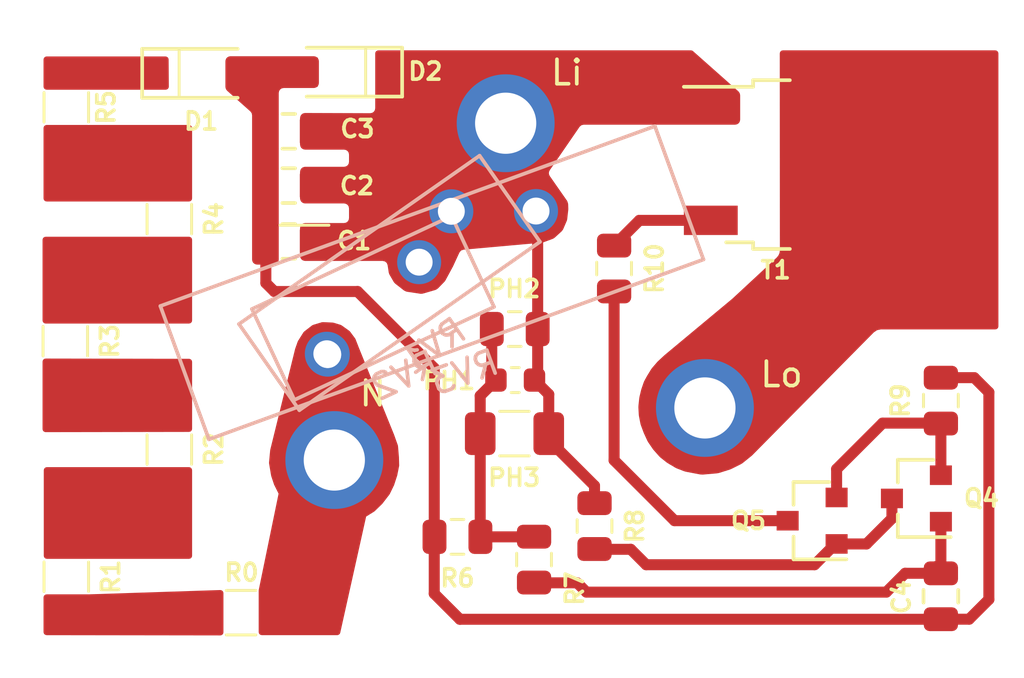
<source format=kicad_pcb>
(kicad_pcb (version 20171130) (host pcbnew "(5.1.4)-1")

  (general
    (thickness 1.6)
    (drawings 7)
    (tracks 83)
    (zones 0)
    (modules 27)
    (nets 17)
  )

  (page A4)
  (title_block
    (title RELAY)
    (date 2020-07-07)
    (company "W4COM CONFIDENCIAL")
  )

  (layers
    (0 F.Cu signal)
    (31 B.Cu signal)
    (32 B.Adhes user)
    (33 F.Adhes user)
    (34 B.Paste user)
    (35 F.Paste user)
    (36 B.SilkS user)
    (37 F.SilkS user)
    (38 B.Mask user)
    (39 F.Mask user)
    (40 Dwgs.User user)
    (41 Cmts.User user)
    (42 Eco1.User user)
    (43 Eco2.User user)
    (44 Edge.Cuts user)
    (45 Margin user)
    (46 B.CrtYd user)
    (47 F.CrtYd user)
    (48 B.Fab user)
    (49 F.Fab user)
  )

  (setup
    (last_trace_width 0.3)
    (user_trace_width 0.35)
    (user_trace_width 0.35)
    (user_trace_width 0.4)
    (user_trace_width 0.4)
    (user_trace_width 0.45)
    (user_trace_width 0.45)
    (user_trace_width 0.5)
    (user_trace_width 0.5)
    (user_trace_width 0.55)
    (user_trace_width 0.55)
    (user_trace_width 0.6)
    (user_trace_width 0.6)
    (user_trace_width 0.7)
    (user_trace_width 0.7)
    (user_trace_width 0.8)
    (user_trace_width 0.8)
    (user_trace_width 0.9)
    (user_trace_width 0.9)
    (user_trace_width 1)
    (user_trace_width 1)
    (user_trace_width 1.2)
    (user_trace_width 1.2)
    (user_trace_width 1.4)
    (user_trace_width 1.4)
    (user_trace_width 1.5)
    (user_trace_width 1.5)
    (user_trace_width 2)
    (user_trace_width 2)
    (user_trace_width 0.35)
    (user_trace_width 0.35)
    (user_trace_width 0.4)
    (user_trace_width 0.4)
    (user_trace_width 0.45)
    (user_trace_width 0.45)
    (user_trace_width 0.5)
    (user_trace_width 0.5)
    (user_trace_width 0.55)
    (user_trace_width 0.55)
    (user_trace_width 0.6)
    (user_trace_width 0.6)
    (user_trace_width 0.7)
    (user_trace_width 0.7)
    (user_trace_width 0.8)
    (user_trace_width 0.8)
    (user_trace_width 0.9)
    (user_trace_width 0.9)
    (user_trace_width 1)
    (user_trace_width 1)
    (user_trace_width 1.2)
    (user_trace_width 1.2)
    (user_trace_width 1.4)
    (user_trace_width 1.4)
    (user_trace_width 1.5)
    (user_trace_width 1.5)
    (user_trace_width 2)
    (user_trace_width 2)
    (user_trace_width 0.35)
    (user_trace_width 0.35)
    (user_trace_width 0.4)
    (user_trace_width 0.4)
    (user_trace_width 0.45)
    (user_trace_width 0.45)
    (user_trace_width 0.5)
    (user_trace_width 0.5)
    (user_trace_width 0.55)
    (user_trace_width 0.55)
    (user_trace_width 0.6)
    (user_trace_width 0.6)
    (user_trace_width 0.7)
    (user_trace_width 0.7)
    (user_trace_width 0.8)
    (user_trace_width 0.8)
    (user_trace_width 0.9)
    (user_trace_width 0.9)
    (user_trace_width 1)
    (user_trace_width 1)
    (user_trace_width 1.2)
    (user_trace_width 1.2)
    (user_trace_width 1.4)
    (user_trace_width 1.4)
    (user_trace_width 1.5)
    (user_trace_width 1.5)
    (user_trace_width 2)
    (user_trace_width 2)
    (user_trace_width 0.35)
    (user_trace_width 0.35)
    (user_trace_width 0.4)
    (user_trace_width 0.4)
    (user_trace_width 0.45)
    (user_trace_width 0.45)
    (user_trace_width 0.5)
    (user_trace_width 0.5)
    (user_trace_width 0.55)
    (user_trace_width 0.55)
    (user_trace_width 0.6)
    (user_trace_width 0.6)
    (user_trace_width 0.7)
    (user_trace_width 0.7)
    (user_trace_width 0.8)
    (user_trace_width 0.8)
    (user_trace_width 0.9)
    (user_trace_width 0.9)
    (user_trace_width 1)
    (user_trace_width 1)
    (user_trace_width 1.2)
    (user_trace_width 1.2)
    (user_trace_width 1.4)
    (user_trace_width 1.4)
    (user_trace_width 1.5)
    (user_trace_width 1.5)
    (user_trace_width 2)
    (user_trace_width 2)
    (user_trace_width 0.35)
    (user_trace_width 0.35)
    (user_trace_width 0.4)
    (user_trace_width 0.4)
    (user_trace_width 0.45)
    (user_trace_width 0.45)
    (user_trace_width 0.5)
    (user_trace_width 0.5)
    (user_trace_width 0.55)
    (user_trace_width 0.55)
    (user_trace_width 0.6)
    (user_trace_width 0.6)
    (user_trace_width 0.7)
    (user_trace_width 0.7)
    (user_trace_width 0.8)
    (user_trace_width 0.8)
    (user_trace_width 0.9)
    (user_trace_width 0.9)
    (user_trace_width 1)
    (user_trace_width 1)
    (user_trace_width 1.2)
    (user_trace_width 1.2)
    (user_trace_width 1.4)
    (user_trace_width 1.4)
    (user_trace_width 1.5)
    (user_trace_width 1.5)
    (user_trace_width 2)
    (user_trace_width 2)
    (trace_clearance 0.4)
    (zone_clearance 0.4)
    (zone_45_only no)
    (trace_min 0.3)
    (via_size 0.8)
    (via_drill 0.4)
    (via_min_size 0.4)
    (via_min_drill 0.3)
    (uvia_size 0.3)
    (uvia_drill 0.1)
    (uvias_allowed no)
    (uvia_min_size 0.2)
    (uvia_min_drill 0.1)
    (edge_width 0.05)
    (segment_width 0.2)
    (pcb_text_width 0.3)
    (pcb_text_size 1.5 1.5)
    (mod_edge_width 0.12)
    (mod_text_size 1 1)
    (mod_text_width 0.15)
    (pad_size 1.8 1.8)
    (pad_drill 1.1)
    (pad_to_mask_clearance 0.051)
    (solder_mask_min_width 0.25)
    (aux_axis_origin 128.76 101.88)
    (visible_elements 7FFFFFFF)
    (pcbplotparams
      (layerselection 0x010a8_7fffffff)
      (usegerberextensions false)
      (usegerberattributes false)
      (usegerberadvancedattributes false)
      (creategerberjobfile false)
      (excludeedgelayer true)
      (linewidth 0.100000)
      (plotframeref true)
      (viasonmask false)
      (mode 1)
      (useauxorigin false)
      (hpglpennumber 1)
      (hpglpenspeed 20)
      (hpglpendiameter 15.000000)
      (psnegative false)
      (psa4output false)
      (plotreference true)
      (plotvalue false)
      (plotinvisibletext false)
      (padsonsilk true)
      (subtractmaskfromsilk false)
      (outputformat 1)
      (mirror false)
      (drillshape 0)
      (scaleselection 1)
      (outputdirectory "PnP/"))
  )

  (net 0 "")
  (net 1 /GND)
  (net 2 /LOAD)
  (net 3 /LIVE)
  (net 4 /NEUTRAL)
  (net 5 "Net-(C4-Pad1)")
  (net 6 "Net-(Q4-Pad3)")
  (net 7 "Net-(PH1-Pad1)")
  (net 8 "Net-(Q4-Pad2)")
  (net 9 "Net-(Q5-Pad3)")
  (net 10 "Net-(D1-Pad1)")
  (net 11 "Net-(R0-Pad1)")
  (net 12 "Net-(R1-Pad1)")
  (net 13 "Net-(R2-Pad1)")
  (net 14 "Net-(R10-Pad1)")
  (net 15 "Net-(R3-Pad1)")
  (net 16 "Net-(R4-Pad1)")

  (net_class Default "This is the default net class."
    (clearance 0.4)
    (trace_width 0.3)
    (via_dia 0.8)
    (via_drill 0.4)
    (uvia_dia 0.3)
    (uvia_drill 0.1)
    (diff_pair_width 0.35)
    (diff_pair_gap 0.25)
    (add_net /GND)
    (add_net /LIVE)
    (add_net /LOAD)
    (add_net /NEUTRAL)
    (add_net "Net-(C4-Pad1)")
    (add_net "Net-(D1-Pad1)")
    (add_net "Net-(PH1-Pad1)")
    (add_net "Net-(Q4-Pad2)")
    (add_net "Net-(Q4-Pad3)")
    (add_net "Net-(Q5-Pad3)")
    (add_net "Net-(R0-Pad1)")
    (add_net "Net-(R1-Pad1)")
    (add_net "Net-(R10-Pad1)")
    (add_net "Net-(R2-Pad1)")
    (add_net "Net-(R3-Pad1)")
    (add_net "Net-(R4-Pad1)")
  )

  (net_class "AC Power" ""
    (clearance 1.5)
    (trace_width 0.3)
    (via_dia 0.8)
    (via_drill 0.4)
    (uvia_dia 0.3)
    (uvia_drill 0.1)
    (diff_pair_width 0.35)
    (diff_pair_gap 0.25)
  )

  (module Varistor:RV_Disc_D12mm_W4.3mm_P7.5mm (layer B.Cu) (tedit 5FC1372B) (tstamp 5FCED009)
    (at 146.39 83.91 215)
    (descr "Varistor, diameter 12mm, width 4.3mm, pitch 7.5mm")
    (tags "varistor SIOV")
    (path /5F86E82F)
    (fp_text reference RV1 (at 3.75 -4.1 215) (layer B.SilkS)
      (effects (font (size 1 1) (thickness 0.15)) (justify mirror))
    )
    (fp_text value Varistor (at 3.75 2.2 215) (layer B.Fab)
      (effects (font (size 1 1) (thickness 0.15)) (justify mirror))
    )
    (fp_text user %R (at 3.75 -0.95 215) (layer B.Fab)
      (effects (font (size 1 1) (thickness 0.15)) (justify mirror))
    )
    (fp_line (start -2.5 -3.35) (end 10 -3.35) (layer B.CrtYd) (width 0.05))
    (fp_line (start -2.5 1.45) (end 10 1.45) (layer B.CrtYd) (width 0.05))
    (fp_line (start 10 1.45) (end 10 -3.35) (layer B.CrtYd) (width 0.05))
    (fp_line (start -2.5 1.45) (end -2.5 -3.35) (layer B.CrtYd) (width 0.05))
    (fp_line (start -2.25 -3.1) (end 9.75 -3.1) (layer B.SilkS) (width 0.15))
    (fp_line (start -2.25 1.2) (end 9.75 1.2) (layer B.SilkS) (width 0.15))
    (fp_line (start 9.75 1.2) (end 9.75 -3.1) (layer B.SilkS) (width 0.15))
    (fp_line (start -2.25 1.2) (end -2.25 -3.1) (layer B.SilkS) (width 0.15))
    (fp_line (start -2.25 -3.1) (end 9.75 -3.1) (layer B.Fab) (width 0.1))
    (fp_line (start -2.25 1.2) (end 9.75 1.2) (layer B.Fab) (width 0.1))
    (fp_line (start 9.75 1.2) (end 9.75 -3.1) (layer B.Fab) (width 0.1))
    (fp_line (start -2.25 1.2) (end -2.25 -3.1) (layer B.Fab) (width 0.1))
    (pad 1 thru_hole circle (at 0 0 215) (size 1.8 1.8) (drill 1.1) (layers *.Cu *.Mask)
      (net 3 /LIVE))
    (pad 2 thru_hole circle (at 7.5 -1.9 215) (size 1.8 1.8) (drill 1.1) (layers *.Cu *.Mask)
      (net 4 /NEUTRAL))
    (model ${KISYS3DMOD}/Varistor.3dshapes/RV_Disc_D12mm_W4.3mm_P7.5mm.wrl
      (at (xyz 0 0 0))
      (scale (xyz 1 1 1))
      (rotate (xyz 0 0 0))
    )
  )

  (module Varistor:RV_Disc_D9mm_W4.1mm_P5mm (layer B.Cu) (tedit 5FCE2614) (tstamp 5FCECF8E)
    (at 145.075 85.99 205)
    (descr "Varistor, diameter 9mm, width 4.1mm, pitch 5mm")
    (tags "varistor SIOV")
    (path /5F5057CD)
    (fp_text reference RV2 (at 2.5 -3.95 205) (layer B.SilkS)
      (effects (font (size 1 1) (thickness 0.15)) (justify mirror))
    )
    (fp_text value Varistor (at 2.5 2.15 205) (layer B.Fab)
      (effects (font (size 1 1) (thickness 0.15)) (justify mirror))
    )
    (fp_text user %R (at 2.5 -0.9 205) (layer B.Fab)
      (effects (font (size 1 1) (thickness 0.15)) (justify mirror))
    )
    (fp_line (start -2.25 -3.2) (end 7.25 -3.2) (layer B.CrtYd) (width 0.05))
    (fp_line (start -2.25 1.4) (end 7.25 1.4) (layer B.CrtYd) (width 0.05))
    (fp_line (start 7.25 1.4) (end 7.25 -3.2) (layer B.CrtYd) (width 0.05))
    (fp_line (start -2.25 1.4) (end -2.25 -3.2) (layer B.CrtYd) (width 0.05))
    (fp_line (start -2 -2.95) (end 7 -2.95) (layer B.SilkS) (width 0.15))
    (fp_line (start -2 1.15) (end 7 1.15) (layer B.SilkS) (width 0.15))
    (fp_line (start 7 1.15) (end 7 -2.95) (layer B.SilkS) (width 0.15))
    (fp_line (start -2 1.15) (end -2 -2.95) (layer B.SilkS) (width 0.15))
    (fp_line (start -2 -2.95) (end 7 -2.95) (layer B.Fab) (width 0.1))
    (fp_line (start -2 1.15) (end 7 1.15) (layer B.Fab) (width 0.1))
    (fp_line (start 7 1.15) (end 7 -2.95) (layer B.Fab) (width 0.1))
    (fp_line (start -2 1.15) (end -2 -2.95) (layer B.Fab) (width 0.1))
    (pad 1 thru_hole circle (at 0 0 205) (size 1.8 1.8) (drill 1.1) (layers *.Cu *.Mask)
      (net 3 /LIVE))
    (pad 2 thru_hole circle (at 5 -1.8 205) (size 1.8 1.8) (drill 1.1) (layers *.Cu *.Mask)
      (net 4 /NEUTRAL))
    (model ${KISYS3DMOD}/Varistor.3dshapes/RV_Disc_D9mm_W4.1mm_P5mm.wrl
      (at (xyz 0 0 0))
      (scale (xyz 1 1 1))
      (rotate (xyz 0 0 0))
    )
  )

  (module Package_TO_SOT_SMD:TO-252-2 (layer F.Cu) (tedit 5EC5670F) (tstamp 5FEA3A6D)
    (at 161.19 82)
    (descr "TO-252 / DPAK SMD package, http://www.infineon.com/cms/en/product/packages/PG-TO252/PG-TO252-3-1/")
    (tags "DPAK TO-252 DPAK-3 TO-252-3 SOT-428")
    (path /5F0EDC42)
    (attr smd)
    (fp_text reference T1 (at -1.548671 4.313351) (layer F.SilkS)
      (effects (font (size 0.7 0.7) (thickness 0.15)))
    )
    (fp_text value BT136S (at 0 4.5) (layer F.Fab)
      (effects (font (size 1 1) (thickness 0.15)))
    )
    (fp_line (start 3.95 -2.7) (end 4.95 -2.7) (layer F.Fab) (width 0.1))
    (fp_line (start 4.95 -2.7) (end 4.95 2.7) (layer F.Fab) (width 0.1))
    (fp_line (start 4.95 2.7) (end 3.95 2.7) (layer F.Fab) (width 0.1))
    (fp_line (start 3.95 -3.25) (end 3.95 3.25) (layer F.Fab) (width 0.1))
    (fp_line (start 3.95 3.25) (end -2.27 3.25) (layer F.Fab) (width 0.1))
    (fp_line (start -2.27 3.25) (end -2.27 -2.25) (layer F.Fab) (width 0.1))
    (fp_line (start -2.27 -2.25) (end -1.27 -3.25) (layer F.Fab) (width 0.1))
    (fp_line (start -1.27 -3.25) (end 3.95 -3.25) (layer F.Fab) (width 0.1))
    (fp_line (start -1.865 -2.655) (end -4.97 -2.655) (layer F.Fab) (width 0.1))
    (fp_line (start -4.97 -2.655) (end -4.97 -1.905) (layer F.Fab) (width 0.1))
    (fp_line (start -4.97 -1.905) (end -2.27 -1.905) (layer F.Fab) (width 0.1))
    (fp_line (start -2.27 1.905) (end -4.97 1.905) (layer F.Fab) (width 0.1))
    (fp_line (start -4.97 1.905) (end -4.97 2.655) (layer F.Fab) (width 0.1))
    (fp_line (start -4.97 2.655) (end -2.27 2.655) (layer F.Fab) (width 0.1))
    (fp_line (start -0.97 -3.45) (end -2.47 -3.45) (layer F.SilkS) (width 0.15))
    (fp_line (start -2.47 -3.45) (end -2.47 -3.18) (layer F.SilkS) (width 0.15))
    (fp_line (start -2.47 -3.18) (end -5.3 -3.18) (layer F.SilkS) (width 0.15))
    (fp_line (start -0.97 3.45) (end -2.47 3.45) (layer F.SilkS) (width 0.15))
    (fp_line (start -2.47 3.45) (end -2.47 3.18) (layer F.SilkS) (width 0.15))
    (fp_line (start -2.47 3.18) (end -3.57 3.18) (layer F.SilkS) (width 0.15))
    (fp_line (start -5.55 -3.5) (end -5.55 3.5) (layer F.CrtYd) (width 0.05))
    (fp_line (start -5.55 3.5) (end 5.55 3.5) (layer F.CrtYd) (width 0.05))
    (fp_line (start 5.55 3.5) (end 5.55 -3.5) (layer F.CrtYd) (width 0.05))
    (fp_line (start 5.55 -3.5) (end -5.55 -3.5) (layer F.CrtYd) (width 0.05))
    (fp_text user %R (at 0 0) (layer F.Fab)
      (effects (font (size 1 1) (thickness 0.15)))
    )
    (pad 1 smd rect (at -4.2 -2.28) (size 2.2 1.2) (layers F.Cu F.Paste F.Mask)
      (net 3 /LIVE) (zone_connect 2))
    (pad 3 smd rect (at -4.2 2.28) (size 2.2 1.2) (layers F.Cu F.Paste F.Mask)
      (net 14 "Net-(R10-Pad1)"))
    (pad 2 smd rect (at 2.1 0) (size 6.4 5.8) (layers F.Cu F.Mask)
      (net 2 /LOAD))
    (pad "" smd rect (at 3.775 1.525) (size 3.05 2.75) (layers F.Paste))
    (pad "" smd rect (at 0.425 -1.525) (size 3.05 2.75) (layers F.Paste))
    (pad "" smd rect (at 3.775 -1.525) (size 3.05 2.75) (layers F.Paste))
    (pad "" smd rect (at 0.425 1.525) (size 3.05 2.75) (layers F.Paste))
    (model ${KISYS3DMOD}/Package_TO_SOT_SMD.3dshapes/TO-252-2.wrl
      (at (xyz 0 0 0))
      (scale (xyz 1 1 1))
      (rotate (xyz 0 0 0))
    )
  )

  (module Capacitor_SMD:C_0805_2012Metric (layer F.Cu) (tedit 5B36C52B) (tstamp 5F936771)
    (at 139.75 85.14 180)
    (descr "Capacitor SMD 0805 (2012 Metric), square (rectangular) end terminal, IPC_7351 nominal, (Body size source: https://docs.google.com/spreadsheets/d/1BsfQQcO9C6DZCsRaXUlFlo91Tg2WpOkGARC1WS5S8t0/edit?usp=sharing), generated with kicad-footprint-generator")
    (tags capacitor)
    (path /5F86E83F)
    (attr smd)
    (fp_text reference C1 (at -2.67 0.02) (layer F.SilkS)
      (effects (font (size 0.7 0.7) (thickness 0.15)))
    )
    (fp_text value 10uF (at 0 1.65) (layer F.Fab)
      (effects (font (size 1 1) (thickness 0.15)))
    )
    (fp_line (start -1 0.6) (end -1 -0.6) (layer F.Fab) (width 0.1))
    (fp_line (start -1 -0.6) (end 1 -0.6) (layer F.Fab) (width 0.1))
    (fp_line (start 1 -0.6) (end 1 0.6) (layer F.Fab) (width 0.1))
    (fp_line (start 1 0.6) (end -1 0.6) (layer F.Fab) (width 0.1))
    (fp_line (start -0.258578 -0.71) (end 0.258578 -0.71) (layer F.SilkS) (width 0.15))
    (fp_line (start -0.258578 0.71) (end 0.258578 0.71) (layer F.SilkS) (width 0.15))
    (fp_line (start -1.68 0.95) (end -1.68 -0.95) (layer F.CrtYd) (width 0.05))
    (fp_line (start -1.68 -0.95) (end 1.68 -0.95) (layer F.CrtYd) (width 0.05))
    (fp_line (start 1.68 -0.95) (end 1.68 0.95) (layer F.CrtYd) (width 0.05))
    (fp_line (start 1.68 0.95) (end -1.68 0.95) (layer F.CrtYd) (width 0.05))
    (fp_text user %R (at 0 0) (layer F.Fab)
      (effects (font (size 0.5 0.5) (thickness 0.08)))
    )
    (pad 1 smd roundrect (at -0.9375 0 180) (size 0.975 1.4) (layers F.Cu F.Paste F.Mask) (roundrect_rratio 0.25)
      (net 3 /LIVE))
    (pad 2 smd roundrect (at 0.9375 0 180) (size 0.975 1.4) (layers F.Cu F.Paste F.Mask) (roundrect_rratio 0.25)
      (net 1 /GND))
    (model ${KISYS3DMOD}/Capacitor_SMD.3dshapes/C_0805_2012Metric.wrl
      (at (xyz 0 0 0))
      (scale (xyz 1 1 1))
      (rotate (xyz 0 0 0))
    )
  )

  (module Capacitor_SMD:C_0805_2012Metric (layer F.Cu) (tedit 5B36C52B) (tstamp 5F9365BC)
    (at 139.75 82.86 180)
    (descr "Capacitor SMD 0805 (2012 Metric), square (rectangular) end terminal, IPC_7351 nominal, (Body size source: https://docs.google.com/spreadsheets/d/1BsfQQcO9C6DZCsRaXUlFlo91Tg2WpOkGARC1WS5S8t0/edit?usp=sharing), generated with kicad-footprint-generator")
    (tags capacitor)
    (path /5F86E83E)
    (attr smd)
    (fp_text reference C2 (at -2.784 -0.012) (layer F.SilkS)
      (effects (font (size 0.7 0.7) (thickness 0.15)))
    )
    (fp_text value 10uF (at 0 1.65) (layer F.Fab)
      (effects (font (size 1 1) (thickness 0.15)))
    )
    (fp_text user %R (at 0 0) (layer F.Fab)
      (effects (font (size 0.5 0.5) (thickness 0.08)))
    )
    (fp_line (start 1.68 0.95) (end -1.68 0.95) (layer F.CrtYd) (width 0.05))
    (fp_line (start 1.68 -0.95) (end 1.68 0.95) (layer F.CrtYd) (width 0.05))
    (fp_line (start -1.68 -0.95) (end 1.68 -0.95) (layer F.CrtYd) (width 0.05))
    (fp_line (start -1.68 0.95) (end -1.68 -0.95) (layer F.CrtYd) (width 0.05))
    (fp_line (start -0.258578 0.71) (end 0.258578 0.71) (layer F.SilkS) (width 0.15))
    (fp_line (start -0.258578 -0.71) (end 0.258578 -0.71) (layer F.SilkS) (width 0.15))
    (fp_line (start 1 0.6) (end -1 0.6) (layer F.Fab) (width 0.1))
    (fp_line (start 1 -0.6) (end 1 0.6) (layer F.Fab) (width 0.1))
    (fp_line (start -1 -0.6) (end 1 -0.6) (layer F.Fab) (width 0.1))
    (fp_line (start -1 0.6) (end -1 -0.6) (layer F.Fab) (width 0.1))
    (pad 2 smd roundrect (at 0.9375 0 180) (size 0.975 1.4) (layers F.Cu F.Paste F.Mask) (roundrect_rratio 0.25)
      (net 1 /GND))
    (pad 1 smd roundrect (at -0.9375 0 180) (size 0.975 1.4) (layers F.Cu F.Paste F.Mask) (roundrect_rratio 0.25)
      (net 3 /LIVE))
    (model ${KISYS3DMOD}/Capacitor_SMD.3dshapes/C_0805_2012Metric.wrl
      (at (xyz 0 0 0))
      (scale (xyz 1 1 1))
      (rotate (xyz 0 0 0))
    )
  )

  (module Capacitor_SMD:C_0805_2012Metric (layer F.Cu) (tedit 5B36C52B) (tstamp 5F9365EC)
    (at 139.75 80.64 180)
    (descr "Capacitor SMD 0805 (2012 Metric), square (rectangular) end terminal, IPC_7351 nominal, (Body size source: https://docs.google.com/spreadsheets/d/1BsfQQcO9C6DZCsRaXUlFlo91Tg2WpOkGARC1WS5S8t0/edit?usp=sharing), generated with kicad-footprint-generator")
    (tags capacitor)
    (path /5F86E839)
    (attr smd)
    (fp_text reference C3 (at -2.804 0.098) (layer F.SilkS)
      (effects (font (size 0.7 0.7) (thickness 0.15)))
    )
    (fp_text value 10uF (at 0 1.65) (layer F.Fab)
      (effects (font (size 1 1) (thickness 0.15)))
    )
    (fp_line (start -1 0.6) (end -1 -0.6) (layer F.Fab) (width 0.1))
    (fp_line (start -1 -0.6) (end 1 -0.6) (layer F.Fab) (width 0.1))
    (fp_line (start 1 -0.6) (end 1 0.6) (layer F.Fab) (width 0.1))
    (fp_line (start 1 0.6) (end -1 0.6) (layer F.Fab) (width 0.1))
    (fp_line (start -0.258578 -0.71) (end 0.258578 -0.71) (layer F.SilkS) (width 0.15))
    (fp_line (start -0.258578 0.71) (end 0.258578 0.71) (layer F.SilkS) (width 0.15))
    (fp_line (start -1.68 0.95) (end -1.68 -0.95) (layer F.CrtYd) (width 0.05))
    (fp_line (start -1.68 -0.95) (end 1.68 -0.95) (layer F.CrtYd) (width 0.05))
    (fp_line (start 1.68 -0.95) (end 1.68 0.95) (layer F.CrtYd) (width 0.05))
    (fp_line (start 1.68 0.95) (end -1.68 0.95) (layer F.CrtYd) (width 0.05))
    (fp_text user %R (at 0 0) (layer F.Fab)
      (effects (font (size 0.5 0.5) (thickness 0.08)))
    )
    (pad 1 smd roundrect (at -0.9375 0 180) (size 0.975 1.4) (layers F.Cu F.Paste F.Mask) (roundrect_rratio 0.25)
      (net 3 /LIVE))
    (pad 2 smd roundrect (at 0.9375 0 180) (size 0.975 1.4) (layers F.Cu F.Paste F.Mask) (roundrect_rratio 0.25)
      (net 1 /GND))
    (model ${KISYS3DMOD}/Capacitor_SMD.3dshapes/C_0805_2012Metric.wrl
      (at (xyz 0 0 0))
      (scale (xyz 1 1 1))
      (rotate (xyz 0 0 0))
    )
  )

  (module Capacitor_SMD:C_0805_2012Metric (layer F.Cu) (tedit 5B36C52B) (tstamp 5FCECFD7)
    (at 166.39 99.65 270)
    (descr "Capacitor SMD 0805 (2012 Metric), square (rectangular) end terminal, IPC_7351 nominal, (Body size source: https://docs.google.com/spreadsheets/d/1BsfQQcO9C6DZCsRaXUlFlo91Tg2WpOkGARC1WS5S8t0/edit?usp=sharing), generated with kicad-footprint-generator")
    (tags capacitor)
    (path /5F86E837)
    (attr smd)
    (fp_text reference C4 (at 0.03 1.61 90) (layer F.SilkS)
      (effects (font (size 0.7 0.7) (thickness 0.15)))
    )
    (fp_text value 10uF (at 0 1.65 90) (layer F.Fab)
      (effects (font (size 1 1) (thickness 0.15)))
    )
    (fp_text user %R (at 0 0 90) (layer F.Fab)
      (effects (font (size 0.5 0.5) (thickness 0.08)))
    )
    (fp_line (start 1.68 0.95) (end -1.68 0.95) (layer F.CrtYd) (width 0.05))
    (fp_line (start 1.68 -0.95) (end 1.68 0.95) (layer F.CrtYd) (width 0.05))
    (fp_line (start -1.68 -0.95) (end 1.68 -0.95) (layer F.CrtYd) (width 0.05))
    (fp_line (start -1.68 0.95) (end -1.68 -0.95) (layer F.CrtYd) (width 0.05))
    (fp_line (start -0.258578 0.71) (end 0.258578 0.71) (layer F.SilkS) (width 0.15))
    (fp_line (start -0.258578 -0.71) (end 0.258578 -0.71) (layer F.SilkS) (width 0.15))
    (fp_line (start 1 0.6) (end -1 0.6) (layer F.Fab) (width 0.1))
    (fp_line (start 1 -0.6) (end 1 0.6) (layer F.Fab) (width 0.1))
    (fp_line (start -1 -0.6) (end 1 -0.6) (layer F.Fab) (width 0.1))
    (fp_line (start -1 0.6) (end -1 -0.6) (layer F.Fab) (width 0.1))
    (pad 2 smd roundrect (at 0.9375 0 270) (size 0.975 1.4) (layers F.Cu F.Paste F.Mask) (roundrect_rratio 0.25)
      (net 1 /GND))
    (pad 1 smd roundrect (at -0.9375 0 270) (size 0.975 1.4) (layers F.Cu F.Paste F.Mask) (roundrect_rratio 0.25)
      (net 5 "Net-(C4-Pad1)"))
    (model ${KISYS3DMOD}/Capacitor_SMD.3dshapes/C_0805_2012Metric.wrl
      (at (xyz 0 0 0))
      (scale (xyz 1 1 1))
      (rotate (xyz 0 0 0))
    )
  )

  (module Package_TO_SOT_SMD:SOT-23 (layer F.Cu) (tedit 5A02FF57) (tstamp 5FCED041)
    (at 161.13 96.56 180)
    (descr "SOT-23, Standard")
    (tags SOT-23)
    (path /5F86E836)
    (attr smd)
    (fp_text reference Q5 (at 2.6 0) (layer F.SilkS)
      (effects (font (size 0.7 0.7) (thickness 0.15)))
    )
    (fp_text value Q_NPN_BEC (at 0 2.5) (layer F.Fab)
      (effects (font (size 1 1) (thickness 0.15)))
    )
    (fp_text user %R (at 0 0 90) (layer F.Fab)
      (effects (font (size 0.5 0.5) (thickness 0.075)))
    )
    (fp_line (start -0.7 -0.95) (end -0.7 1.5) (layer F.Fab) (width 0.1))
    (fp_line (start -0.15 -1.52) (end 0.7 -1.52) (layer F.Fab) (width 0.1))
    (fp_line (start -0.7 -0.95) (end -0.15 -1.52) (layer F.Fab) (width 0.1))
    (fp_line (start 0.7 -1.52) (end 0.7 1.52) (layer F.Fab) (width 0.1))
    (fp_line (start -0.7 1.52) (end 0.7 1.52) (layer F.Fab) (width 0.1))
    (fp_line (start 0.76 1.58) (end 0.76 0.65) (layer F.SilkS) (width 0.15))
    (fp_line (start 0.76 -1.58) (end 0.76 -0.65) (layer F.SilkS) (width 0.15))
    (fp_line (start -1.7 -1.75) (end 1.7 -1.75) (layer F.CrtYd) (width 0.05))
    (fp_line (start 1.7 -1.75) (end 1.7 1.75) (layer F.CrtYd) (width 0.05))
    (fp_line (start 1.7 1.75) (end -1.7 1.75) (layer F.CrtYd) (width 0.05))
    (fp_line (start -1.7 1.75) (end -1.7 -1.75) (layer F.CrtYd) (width 0.05))
    (fp_line (start 0.76 -1.58) (end -1.4 -1.58) (layer F.SilkS) (width 0.15))
    (fp_line (start 0.76 1.58) (end -0.7 1.58) (layer F.SilkS) (width 0.15))
    (pad 1 smd rect (at -1 -0.95 180) (size 0.9 0.8) (layers F.Cu F.Paste F.Mask)
      (net 6 "Net-(Q4-Pad3)"))
    (pad 2 smd rect (at -1 0.95 180) (size 0.9 0.8) (layers F.Cu F.Paste F.Mask)
      (net 8 "Net-(Q4-Pad2)"))
    (pad 3 smd rect (at 1 0 180) (size 0.9 0.8) (layers F.Cu F.Paste F.Mask)
      (net 9 "Net-(Q5-Pad3)"))
    (model ${KISYS3DMOD}/Package_TO_SOT_SMD.3dshapes/SOT-23.wrl
      (at (xyz 0 0 0))
      (scale (xyz 1 1 1))
      (rotate (xyz 0 0 0))
    )
  )

  (module Diode_SMD:D_SOD-123 (layer F.Cu) (tedit 58645DC7) (tstamp 5F936038)
    (at 136.01 78.27)
    (descr SOD-123)
    (tags SOD-123)
    (path /5F8C200F)
    (attr smd)
    (fp_text reference D1 (at 0.16 1.96) (layer F.SilkS)
      (effects (font (size 0.7 0.7) (thickness 0.15)))
    )
    (fp_text value 1N4007 (at 0 2.1) (layer F.Fab)
      (effects (font (size 1 1) (thickness 0.15)))
    )
    (fp_text user %R (at 0 -2) (layer F.Fab)
      (effects (font (size 1 1) (thickness 0.15)))
    )
    (fp_line (start -2.25 -1) (end -2.25 1) (layer F.SilkS) (width 0.15))
    (fp_line (start 0.25 0) (end 0.75 0) (layer F.Fab) (width 0.1))
    (fp_line (start 0.25 0.4) (end -0.35 0) (layer F.Fab) (width 0.1))
    (fp_line (start 0.25 -0.4) (end 0.25 0.4) (layer F.Fab) (width 0.1))
    (fp_line (start -0.35 0) (end 0.25 -0.4) (layer F.Fab) (width 0.1))
    (fp_line (start -0.35 0) (end -0.35 0.55) (layer F.Fab) (width 0.1))
    (fp_line (start -0.35 0) (end -0.35 -0.55) (layer F.Fab) (width 0.1))
    (fp_line (start -0.75 0) (end -0.35 0) (layer F.Fab) (width 0.1))
    (fp_line (start -1.4 0.9) (end -1.4 -0.9) (layer F.Fab) (width 0.1))
    (fp_line (start 1.4 0.9) (end -1.4 0.9) (layer F.Fab) (width 0.1))
    (fp_line (start 1.4 -0.9) (end 1.4 0.9) (layer F.Fab) (width 0.1))
    (fp_line (start -1.4 -0.9) (end 1.4 -0.9) (layer F.Fab) (width 0.1))
    (fp_line (start -2.35 -1.15) (end 2.35 -1.15) (layer F.CrtYd) (width 0.05))
    (fp_line (start 2.35 -1.15) (end 2.35 1.15) (layer F.CrtYd) (width 0.05))
    (fp_line (start 2.35 1.15) (end -2.35 1.15) (layer F.CrtYd) (width 0.05))
    (fp_line (start -2.35 -1.15) (end -2.35 1.15) (layer F.CrtYd) (width 0.05))
    (fp_line (start -2.25 1) (end 1.65 1) (layer F.SilkS) (width 0.15))
    (fp_line (start -2.25 -1) (end 1.65 -1) (layer F.SilkS) (width 0.15))
    (pad 1 smd rect (at -1.65 0) (size 0.9 1.2) (layers F.Cu F.Paste F.Mask)
      (net 10 "Net-(D1-Pad1)"))
    (pad 2 smd rect (at 1.65 0) (size 0.9 1.2) (layers F.Cu F.Paste F.Mask)
      (net 1 /GND))
    (model ${KISYS3DMOD}/Diode_SMD.3dshapes/D_SOD-123.wrl
      (at (xyz 0 0 0))
      (scale (xyz 1 1 1))
      (rotate (xyz 0 0 0))
    )
  )

  (module Diode_SMD:D_SOD-123 (layer F.Cu) (tedit 58645DC7) (tstamp 5FCEA767)
    (at 142.13 78.22 180)
    (descr SOD-123)
    (tags SOD-123)
    (path /5F8C200E)
    (attr smd)
    (fp_text reference D2 (at -3.2 0.03) (layer F.SilkS)
      (effects (font (size 0.7 0.7) (thickness 0.15)))
    )
    (fp_text value 12V (at 0 2.1) (layer F.Fab)
      (effects (font (size 1 1) (thickness 0.15)))
    )
    (fp_line (start -2.25 -1) (end 1.65 -1) (layer F.SilkS) (width 0.15))
    (fp_line (start -2.25 1) (end 1.65 1) (layer F.SilkS) (width 0.15))
    (fp_line (start -2.35 -1.15) (end -2.35 1.15) (layer F.CrtYd) (width 0.05))
    (fp_line (start 2.35 1.15) (end -2.35 1.15) (layer F.CrtYd) (width 0.05))
    (fp_line (start 2.35 -1.15) (end 2.35 1.15) (layer F.CrtYd) (width 0.05))
    (fp_line (start -2.35 -1.15) (end 2.35 -1.15) (layer F.CrtYd) (width 0.05))
    (fp_line (start -1.4 -0.9) (end 1.4 -0.9) (layer F.Fab) (width 0.1))
    (fp_line (start 1.4 -0.9) (end 1.4 0.9) (layer F.Fab) (width 0.1))
    (fp_line (start 1.4 0.9) (end -1.4 0.9) (layer F.Fab) (width 0.1))
    (fp_line (start -1.4 0.9) (end -1.4 -0.9) (layer F.Fab) (width 0.1))
    (fp_line (start -0.75 0) (end -0.35 0) (layer F.Fab) (width 0.1))
    (fp_line (start -0.35 0) (end -0.35 -0.55) (layer F.Fab) (width 0.1))
    (fp_line (start -0.35 0) (end -0.35 0.55) (layer F.Fab) (width 0.1))
    (fp_line (start -0.35 0) (end 0.25 -0.4) (layer F.Fab) (width 0.1))
    (fp_line (start 0.25 -0.4) (end 0.25 0.4) (layer F.Fab) (width 0.1))
    (fp_line (start 0.25 0.4) (end -0.35 0) (layer F.Fab) (width 0.1))
    (fp_line (start 0.25 0) (end 0.75 0) (layer F.Fab) (width 0.1))
    (fp_line (start -2.25 -1) (end -2.25 1) (layer F.SilkS) (width 0.15))
    (fp_text user %R (at 0 -2) (layer F.Fab)
      (effects (font (size 1 1) (thickness 0.15)))
    )
    (pad 2 smd rect (at 1.65 0 180) (size 0.9 1.2) (layers F.Cu F.Paste F.Mask)
      (net 1 /GND))
    (pad 1 smd rect (at -1.65 0 180) (size 0.9 1.2) (layers F.Cu F.Paste F.Mask)
      (net 3 /LIVE))
    (model ${KISYS3DMOD}/Diode_SMD.3dshapes/D_SOD-123.wrl
      (at (xyz 0 0 0))
      (scale (xyz 1 1 1))
      (rotate (xyz 0 0 0))
    )
  )

  (module Package_TO_SOT_SMD:SOT-23 (layer F.Cu) (tedit 5A02FF57) (tstamp 5FCED07D)
    (at 165.39 95.65 180)
    (descr "SOT-23, Standard")
    (tags SOT-23)
    (path /5F946D91)
    (attr smd)
    (fp_text reference Q4 (at -2.66 0.01) (layer F.SilkS)
      (effects (font (size 0.7 0.7) (thickness 0.15)))
    )
    (fp_text value Q_NPN_BEC (at 0 2.5) (layer F.Fab)
      (effects (font (size 1 1) (thickness 0.15)))
    )
    (fp_line (start 0.76 1.58) (end -0.7 1.58) (layer F.SilkS) (width 0.15))
    (fp_line (start 0.76 -1.58) (end -1.4 -1.58) (layer F.SilkS) (width 0.15))
    (fp_line (start -1.7 1.75) (end -1.7 -1.75) (layer F.CrtYd) (width 0.05))
    (fp_line (start 1.7 1.75) (end -1.7 1.75) (layer F.CrtYd) (width 0.05))
    (fp_line (start 1.7 -1.75) (end 1.7 1.75) (layer F.CrtYd) (width 0.05))
    (fp_line (start -1.7 -1.75) (end 1.7 -1.75) (layer F.CrtYd) (width 0.05))
    (fp_line (start 0.76 -1.58) (end 0.76 -0.65) (layer F.SilkS) (width 0.15))
    (fp_line (start 0.76 1.58) (end 0.76 0.65) (layer F.SilkS) (width 0.15))
    (fp_line (start -0.7 1.52) (end 0.7 1.52) (layer F.Fab) (width 0.1))
    (fp_line (start 0.7 -1.52) (end 0.7 1.52) (layer F.Fab) (width 0.1))
    (fp_line (start -0.7 -0.95) (end -0.15 -1.52) (layer F.Fab) (width 0.1))
    (fp_line (start -0.15 -1.52) (end 0.7 -1.52) (layer F.Fab) (width 0.1))
    (fp_line (start -0.7 -0.95) (end -0.7 1.5) (layer F.Fab) (width 0.1))
    (fp_text user %R (at 0 0 90) (layer F.Fab)
      (effects (font (size 0.5 0.5) (thickness 0.075)))
    )
    (pad 3 smd rect (at 1 0 180) (size 0.9 0.8) (layers F.Cu F.Paste F.Mask)
      (net 6 "Net-(Q4-Pad3)"))
    (pad 2 smd rect (at -1 0.95 180) (size 0.9 0.8) (layers F.Cu F.Paste F.Mask)
      (net 8 "Net-(Q4-Pad2)"))
    (pad 1 smd rect (at -1 -0.95 180) (size 0.9 0.8) (layers F.Cu F.Paste F.Mask)
      (net 5 "Net-(C4-Pad1)"))
    (model ${KISYS3DMOD}/Package_TO_SOT_SMD.3dshapes/SOT-23.wrl
      (at (xyz 0 0 0))
      (scale (xyz 1 1 1))
      (rotate (xyz 0 0 0))
    )
  )

  (module Resistor_SMD:R_0603_1608Metric (layer F.Cu) (tedit 5B301BBD) (tstamp 5FCECEFC)
    (at 149 90.81)
    (descr "Resistor SMD 0603 (1608 Metric), square (rectangular) end terminal, IPC_7351 nominal, (Body size source: http://www.tortai-tech.com/upload/download/2011102023233369053.pdf), generated with kicad-footprint-generator")
    (tags resistor)
    (path /5F8C2011)
    (attr smd)
    (fp_text reference PH1 (at -2.705 0.03) (layer F.SilkS)
      (effects (font (size 0.7 0.7) (thickness 0.15)))
    )
    (fp_text value Q_Photo_NPN_EC (at 0 1.43) (layer F.Fab)
      (effects (font (size 1 1) (thickness 0.15)))
    )
    (fp_text user %R (at 0 0) (layer F.Fab)
      (effects (font (size 0.4 0.4) (thickness 0.06)))
    )
    (fp_line (start 1.48 0.73) (end -1.48 0.73) (layer F.CrtYd) (width 0.05))
    (fp_line (start 1.48 -0.73) (end 1.48 0.73) (layer F.CrtYd) (width 0.05))
    (fp_line (start -1.48 -0.73) (end 1.48 -0.73) (layer F.CrtYd) (width 0.05))
    (fp_line (start -1.48 0.73) (end -1.48 -0.73) (layer F.CrtYd) (width 0.05))
    (fp_line (start -0.162779 0.51) (end 0.162779 0.51) (layer F.SilkS) (width 0.12))
    (fp_line (start -0.162779 -0.51) (end 0.162779 -0.51) (layer F.SilkS) (width 0.12))
    (fp_line (start 0.8 0.4) (end -0.8 0.4) (layer F.Fab) (width 0.1))
    (fp_line (start 0.8 -0.4) (end 0.8 0.4) (layer F.Fab) (width 0.1))
    (fp_line (start -0.8 -0.4) (end 0.8 -0.4) (layer F.Fab) (width 0.1))
    (fp_line (start -0.8 0.4) (end -0.8 -0.4) (layer F.Fab) (width 0.1))
    (pad 2 smd roundrect (at 0.7875 0) (size 0.875 0.95) (layers F.Cu F.Paste F.Mask) (roundrect_rratio 0.25)
      (net 3 /LIVE))
    (pad 1 smd roundrect (at -0.7875 0) (size 0.875 0.95) (layers F.Cu F.Paste F.Mask) (roundrect_rratio 0.25)
      (net 7 "Net-(PH1-Pad1)"))
    (model ${KISYS3DMOD}/Resistor_SMD.3dshapes/R_0603_1608Metric.wrl
      (at (xyz 0 0 0))
      (scale (xyz 1 1 1))
      (rotate (xyz 0 0 0))
    )
  )

  (module custom:nema_3_pin_chinese (layer F.Cu) (tedit 5E273219) (tstamp 5FEB3026)
    (at 148.61 88.98)
    (path /5F8C200B)
    (fp_text reference J1 (at 0 0.5) (layer F.SilkS) hide
      (effects (font (size 0.7 0.7) (thickness 0.15)))
    )
    (fp_text value Conn_01x03 (at 0 -0.5) (layer F.Fab)
      (effects (font (size 1 1) (thickness 0.15)))
    )
    (fp_line (start 0.747087 -9.40693) (end 0.747087 -7.90693) (layer Dwgs.User) (width 0.2))
    (fp_line (start -0.752912 -7.90693) (end -0.752912 -9.40693) (layer Dwgs.User) (width 0.2))
    (fp_line (start 0.747087 -9.40693) (end -0.752912 -9.40693) (layer Dwgs.User) (width 0.2))
    (fp_line (start 8.580195 3.922129) (end 7.170656 3.409099) (layer Dwgs.User) (width 0.2))
    (fp_line (start 0.747087 -9.40693) (end -0.752912 -9.40693) (layer Dwgs.User) (width 0.2))
    (fp_line (start -8.054135 4.922504) (end -6.840576 4.040802) (layer Dwgs.User) (width 0.2))
    (fp_line (start -0.752912 -7.90693) (end -0.752912 -9.40693) (layer Dwgs.User) (width 0.2))
    (fp_line (start 8.580195 3.922129) (end 7.170656 3.409099) (layer Dwgs.User) (width 0.2))
    (fp_line (start -8.054135 4.922504) (end -7.172457 6.136029) (layer Dwgs.User) (width 0.2))
    (fp_line (start -5.958898 5.254327) (end -7.172457 6.136029) (layer Dwgs.User) (width 0.2))
    (fp_line (start 7.170656 3.409099) (end 7.683686 1.99956) (layer Dwgs.User) (width 0.2))
    (fp_line (start -5.958898 5.254327) (end -6.840576 4.040802) (layer Dwgs.User) (width 0.2))
    (fp_line (start 0.747087 -7.90693) (end -0.752912 -7.90693) (layer Dwgs.User) (width 0.2))
    (fp_line (start 8.580195 3.922129) (end 9.093225 2.51259) (layer Dwgs.User) (width 0.2))
    (fp_line (start 0.747087 -7.90693) (end -0.752912 -7.90693) (layer Dwgs.User) (width 0.2))
    (fp_line (start 7.683686 1.99956) (end 9.093225 2.51259) (layer Dwgs.User) (width 0.2))
    (fp_line (start 7.170656 3.409099) (end 7.683686 1.99956) (layer Dwgs.User) (width 0.2))
    (fp_line (start 0.747087 -9.40693) (end 0.747087 -7.90693) (layer Dwgs.User) (width 0.2))
    (fp_line (start 8.580195 3.922129) (end 9.093225 2.51259) (layer Dwgs.User) (width 0.2))
    (fp_line (start -5.958898 5.254327) (end -6.840576 4.040802) (layer Dwgs.User) (width 0.2))
    (fp_line (start -5.958898 5.254327) (end -7.172457 6.136029) (layer Dwgs.User) (width 0.2))
    (fp_line (start -8.054135 4.922504) (end -6.840576 4.040802) (layer Dwgs.User) (width 0.2))
    (fp_line (start -8.054135 4.922504) (end -7.172457 6.136029) (layer Dwgs.User) (width 0.2))
    (fp_line (start 7.683686 1.99956) (end 9.093225 2.51259) (layer Dwgs.User) (width 0.2))
    (fp_text user nema_7_pins (at 0 -0.5) (layer F.Fab)
      (effects (font (size 1 1) (thickness 0.15)))
    )
    (fp_text user Lo (at 11.27 1.6) (layer F.SilkS)
      (effects (font (size 1 1) (thickness 0.15)))
    )
    (fp_text user N (at -5.43 2.38) (layer F.SilkS)
      (effects (font (size 1 1) (thickness 0.15)))
    )
    (fp_text user Li (at 2.5 -10.74) (layer F.SilkS)
      (effects (font (size 1 1) (thickness 0.15)))
    )
    (pad 1 thru_hole circle (at 0 -8.67) (size 4 4) (drill 2.5) (layers *.Cu *.Mask)
      (net 3 /LIVE))
    (pad 3 thru_hole circle (at 8.14 2.97) (size 4 4) (drill 2.5) (layers *.Cu *.Mask)
      (net 2 /LOAD))
    (pad 2 thru_hole circle (at -7 5.1) (size 4 4) (drill 2.5) (layers *.Cu *.Mask)
      (net 4 /NEUTRAL))
  )

  (module Resistor_SMD:R_1206_3216Metric (layer F.Cu) (tedit 5B301BBD) (tstamp 5FD62587)
    (at 137.8 100.32)
    (descr "Resistor SMD 1206 (3216 Metric), square (rectangular) end terminal, IPC_7351 nominal, (Body size source: http://www.tortai-tech.com/upload/download/2011102023233369053.pdf), generated with kicad-footprint-generator")
    (tags resistor)
    (path /5F8C200C)
    (attr smd)
    (fp_text reference R0 (at 0.02 -1.64) (layer F.SilkS)
      (effects (font (size 0.7 0.7) (thickness 0.15)))
    )
    (fp_text value 5.6k (at 0 1.82) (layer F.Fab)
      (effects (font (size 1 1) (thickness 0.15)))
    )
    (fp_text user %R (at 0 0) (layer F.Fab)
      (effects (font (size 0.8 0.8) (thickness 0.12)))
    )
    (fp_line (start 2.28 1.12) (end -2.28 1.12) (layer F.CrtYd) (width 0.05))
    (fp_line (start 2.28 -1.12) (end 2.28 1.12) (layer F.CrtYd) (width 0.05))
    (fp_line (start -2.28 -1.12) (end 2.28 -1.12) (layer F.CrtYd) (width 0.05))
    (fp_line (start -2.28 1.12) (end -2.28 -1.12) (layer F.CrtYd) (width 0.05))
    (fp_line (start -0.602064 0.91) (end 0.602064 0.91) (layer F.SilkS) (width 0.12))
    (fp_line (start -0.602064 -0.91) (end 0.602064 -0.91) (layer F.SilkS) (width 0.12))
    (fp_line (start 1.6 0.8) (end -1.6 0.8) (layer F.Fab) (width 0.1))
    (fp_line (start 1.6 -0.8) (end 1.6 0.8) (layer F.Fab) (width 0.1))
    (fp_line (start -1.6 -0.8) (end 1.6 -0.8) (layer F.Fab) (width 0.1))
    (fp_line (start -1.6 0.8) (end -1.6 -0.8) (layer F.Fab) (width 0.1))
    (pad 2 smd roundrect (at 1.4 0) (size 1.25 1.75) (layers F.Cu F.Paste F.Mask) (roundrect_rratio 0.2)
      (net 4 /NEUTRAL))
    (pad 1 smd roundrect (at -1.4 0) (size 1.25 1.75) (layers F.Cu F.Paste F.Mask) (roundrect_rratio 0.2)
      (net 11 "Net-(R0-Pad1)"))
    (model ${KISYS3DMOD}/Resistor_SMD.3dshapes/R_1206_3216Metric.wrl
      (at (xyz 0 0 0))
      (scale (xyz 1 1 1))
      (rotate (xyz 0 0 0))
    )
  )

  (module Resistor_SMD:R_1206_3216Metric (layer F.Cu) (tedit 5B301BBD) (tstamp 5FD62597)
    (at 130.66 98.85 270)
    (descr "Resistor SMD 1206 (3216 Metric), square (rectangular) end terminal, IPC_7351 nominal, (Body size source: http://www.tortai-tech.com/upload/download/2011102023233369053.pdf), generated with kicad-footprint-generator")
    (tags resistor)
    (path /5F86E83B)
    (attr smd)
    (fp_text reference R1 (at 0 -1.82 90) (layer F.SilkS)
      (effects (font (size 0.7 0.7) (thickness 0.15)))
    )
    (fp_text value 5.6k (at 0 1.82 90) (layer F.Fab)
      (effects (font (size 1 1) (thickness 0.15)))
    )
    (fp_text user %R (at 0 0 90) (layer F.Fab)
      (effects (font (size 0.8 0.8) (thickness 0.12)))
    )
    (fp_line (start 2.28 1.12) (end -2.28 1.12) (layer F.CrtYd) (width 0.05))
    (fp_line (start 2.28 -1.12) (end 2.28 1.12) (layer F.CrtYd) (width 0.05))
    (fp_line (start -2.28 -1.12) (end 2.28 -1.12) (layer F.CrtYd) (width 0.05))
    (fp_line (start -2.28 1.12) (end -2.28 -1.12) (layer F.CrtYd) (width 0.05))
    (fp_line (start -0.602064 0.91) (end 0.602064 0.91) (layer F.SilkS) (width 0.12))
    (fp_line (start -0.602064 -0.91) (end 0.602064 -0.91) (layer F.SilkS) (width 0.12))
    (fp_line (start 1.6 0.8) (end -1.6 0.8) (layer F.Fab) (width 0.1))
    (fp_line (start 1.6 -0.8) (end 1.6 0.8) (layer F.Fab) (width 0.1))
    (fp_line (start -1.6 -0.8) (end 1.6 -0.8) (layer F.Fab) (width 0.1))
    (fp_line (start -1.6 0.8) (end -1.6 -0.8) (layer F.Fab) (width 0.1))
    (pad 2 smd roundrect (at 1.4 0 270) (size 1.25 1.75) (layers F.Cu F.Paste F.Mask) (roundrect_rratio 0.2)
      (net 11 "Net-(R0-Pad1)"))
    (pad 1 smd roundrect (at -1.4 0 270) (size 1.25 1.75) (layers F.Cu F.Paste F.Mask) (roundrect_rratio 0.2)
      (net 12 "Net-(R1-Pad1)"))
    (model ${KISYS3DMOD}/Resistor_SMD.3dshapes/R_1206_3216Metric.wrl
      (at (xyz 0 0 0))
      (scale (xyz 1 1 1))
      (rotate (xyz 0 0 0))
    )
  )

  (module Resistor_SMD:R_1206_3216Metric (layer F.Cu) (tedit 5B301BBD) (tstamp 5FD625A7)
    (at 134.87 93.65 270)
    (descr "Resistor SMD 1206 (3216 Metric), square (rectangular) end terminal, IPC_7351 nominal, (Body size source: http://www.tortai-tech.com/upload/download/2011102023233369053.pdf), generated with kicad-footprint-generator")
    (tags resistor)
    (path /5FCE5898)
    (attr smd)
    (fp_text reference R2 (at -0.01 -1.82 90) (layer F.SilkS)
      (effects (font (size 0.7 0.7) (thickness 0.15)))
    )
    (fp_text value 5.6k (at 0 1.82 90) (layer F.Fab)
      (effects (font (size 1 1) (thickness 0.15)))
    )
    (fp_line (start -1.6 0.8) (end -1.6 -0.8) (layer F.Fab) (width 0.1))
    (fp_line (start -1.6 -0.8) (end 1.6 -0.8) (layer F.Fab) (width 0.1))
    (fp_line (start 1.6 -0.8) (end 1.6 0.8) (layer F.Fab) (width 0.1))
    (fp_line (start 1.6 0.8) (end -1.6 0.8) (layer F.Fab) (width 0.1))
    (fp_line (start -0.602064 -0.91) (end 0.602064 -0.91) (layer F.SilkS) (width 0.12))
    (fp_line (start -0.602064 0.91) (end 0.602064 0.91) (layer F.SilkS) (width 0.12))
    (fp_line (start -2.28 1.12) (end -2.28 -1.12) (layer F.CrtYd) (width 0.05))
    (fp_line (start -2.28 -1.12) (end 2.28 -1.12) (layer F.CrtYd) (width 0.05))
    (fp_line (start 2.28 -1.12) (end 2.28 1.12) (layer F.CrtYd) (width 0.05))
    (fp_line (start 2.28 1.12) (end -2.28 1.12) (layer F.CrtYd) (width 0.05))
    (fp_text user %R (at 0 0 90) (layer F.Fab)
      (effects (font (size 0.8 0.8) (thickness 0.12)))
    )
    (pad 1 smd roundrect (at -1.4 0 270) (size 1.25 1.75) (layers F.Cu F.Paste F.Mask) (roundrect_rratio 0.2)
      (net 13 "Net-(R2-Pad1)"))
    (pad 2 smd roundrect (at 1.4 0 270) (size 1.25 1.75) (layers F.Cu F.Paste F.Mask) (roundrect_rratio 0.2)
      (net 12 "Net-(R1-Pad1)"))
    (model ${KISYS3DMOD}/Resistor_SMD.3dshapes/R_1206_3216Metric.wrl
      (at (xyz 0 0 0))
      (scale (xyz 1 1 1))
      (rotate (xyz 0 0 0))
    )
  )

  (module Resistor_SMD:R_1206_3216Metric (layer F.Cu) (tedit 5B301BBD) (tstamp 5FD625C7)
    (at 130.62 89.22 270)
    (descr "Resistor SMD 1206 (3216 Metric), square (rectangular) end terminal, IPC_7351 nominal, (Body size source: http://www.tortai-tech.com/upload/download/2011102023233369053.pdf), generated with kicad-footprint-generator")
    (tags resistor)
    (path /5FD84159)
    (attr smd)
    (fp_text reference R3 (at 0 -1.82 90) (layer F.SilkS)
      (effects (font (size 0.7 0.7) (thickness 0.15)))
    )
    (fp_text value 5.6k (at 0 1.82 90) (layer F.Fab)
      (effects (font (size 1 1) (thickness 0.15)))
    )
    (fp_text user %R (at 0 0 90) (layer F.Fab)
      (effects (font (size 0.8 0.8) (thickness 0.12)))
    )
    (fp_line (start 2.28 1.12) (end -2.28 1.12) (layer F.CrtYd) (width 0.05))
    (fp_line (start 2.28 -1.12) (end 2.28 1.12) (layer F.CrtYd) (width 0.05))
    (fp_line (start -2.28 -1.12) (end 2.28 -1.12) (layer F.CrtYd) (width 0.05))
    (fp_line (start -2.28 1.12) (end -2.28 -1.12) (layer F.CrtYd) (width 0.05))
    (fp_line (start -0.602064 0.91) (end 0.602064 0.91) (layer F.SilkS) (width 0.12))
    (fp_line (start -0.602064 -0.91) (end 0.602064 -0.91) (layer F.SilkS) (width 0.12))
    (fp_line (start 1.6 0.8) (end -1.6 0.8) (layer F.Fab) (width 0.1))
    (fp_line (start 1.6 -0.8) (end 1.6 0.8) (layer F.Fab) (width 0.1))
    (fp_line (start -1.6 -0.8) (end 1.6 -0.8) (layer F.Fab) (width 0.1))
    (fp_line (start -1.6 0.8) (end -1.6 -0.8) (layer F.Fab) (width 0.1))
    (pad 2 smd roundrect (at 1.4 0 270) (size 1.25 1.75) (layers F.Cu F.Paste F.Mask) (roundrect_rratio 0.2)
      (net 13 "Net-(R2-Pad1)"))
    (pad 1 smd roundrect (at -1.4 0 270) (size 1.25 1.75) (layers F.Cu F.Paste F.Mask) (roundrect_rratio 0.2)
      (net 15 "Net-(R3-Pad1)"))
    (model ${KISYS3DMOD}/Resistor_SMD.3dshapes/R_1206_3216Metric.wrl
      (at (xyz 0 0 0))
      (scale (xyz 1 1 1))
      (rotate (xyz 0 0 0))
    )
  )

  (module Resistor_SMD:R_1206_3216Metric (layer F.Cu) (tedit 5B301BBD) (tstamp 5FD625D8)
    (at 134.87 84.23 270)
    (descr "Resistor SMD 1206 (3216 Metric), square (rectangular) end terminal, IPC_7351 nominal, (Body size source: http://www.tortai-tech.com/upload/download/2011102023233369053.pdf), generated with kicad-footprint-generator")
    (tags resistor)
    (path /5FD84161)
    (attr smd)
    (fp_text reference R4 (at 0 -1.82 90) (layer F.SilkS)
      (effects (font (size 0.7 0.7) (thickness 0.15)))
    )
    (fp_text value 5.6k (at 0 1.82 90) (layer F.Fab)
      (effects (font (size 1 1) (thickness 0.15)))
    )
    (fp_line (start -1.6 0.8) (end -1.6 -0.8) (layer F.Fab) (width 0.1))
    (fp_line (start -1.6 -0.8) (end 1.6 -0.8) (layer F.Fab) (width 0.1))
    (fp_line (start 1.6 -0.8) (end 1.6 0.8) (layer F.Fab) (width 0.1))
    (fp_line (start 1.6 0.8) (end -1.6 0.8) (layer F.Fab) (width 0.1))
    (fp_line (start -0.602064 -0.91) (end 0.602064 -0.91) (layer F.SilkS) (width 0.12))
    (fp_line (start -0.602064 0.91) (end 0.602064 0.91) (layer F.SilkS) (width 0.12))
    (fp_line (start -2.28 1.12) (end -2.28 -1.12) (layer F.CrtYd) (width 0.05))
    (fp_line (start -2.28 -1.12) (end 2.28 -1.12) (layer F.CrtYd) (width 0.05))
    (fp_line (start 2.28 -1.12) (end 2.28 1.12) (layer F.CrtYd) (width 0.05))
    (fp_line (start 2.28 1.12) (end -2.28 1.12) (layer F.CrtYd) (width 0.05))
    (fp_text user %R (at 0 0 90) (layer F.Fab)
      (effects (font (size 0.8 0.8) (thickness 0.12)))
    )
    (pad 1 smd roundrect (at -1.4 0 270) (size 1.25 1.75) (layers F.Cu F.Paste F.Mask) (roundrect_rratio 0.2)
      (net 16 "Net-(R4-Pad1)"))
    (pad 2 smd roundrect (at 1.4 0 270) (size 1.25 1.75) (layers F.Cu F.Paste F.Mask) (roundrect_rratio 0.2)
      (net 15 "Net-(R3-Pad1)"))
    (model ${KISYS3DMOD}/Resistor_SMD.3dshapes/R_1206_3216Metric.wrl
      (at (xyz 0 0 0))
      (scale (xyz 1 1 1))
      (rotate (xyz 0 0 0))
    )
  )

  (module Resistor_SMD:R_1206_3216Metric (layer F.Cu) (tedit 5B301BBD) (tstamp 5FD625E9)
    (at 130.66 79.66 270)
    (descr "Resistor SMD 1206 (3216 Metric), square (rectangular) end terminal, IPC_7351 nominal, (Body size source: http://www.tortai-tech.com/upload/download/2011102023233369053.pdf), generated with kicad-footprint-generator")
    (tags resistor)
    (path /5FD8416A)
    (attr smd)
    (fp_text reference R5 (at 0 -1.63 90) (layer F.SilkS)
      (effects (font (size 0.7 0.7) (thickness 0.15)))
    )
    (fp_text value 5.6k (at 0 1.82 90) (layer F.Fab)
      (effects (font (size 1 1) (thickness 0.15)))
    )
    (fp_line (start -1.6 0.8) (end -1.6 -0.8) (layer F.Fab) (width 0.1))
    (fp_line (start -1.6 -0.8) (end 1.6 -0.8) (layer F.Fab) (width 0.1))
    (fp_line (start 1.6 -0.8) (end 1.6 0.8) (layer F.Fab) (width 0.1))
    (fp_line (start 1.6 0.8) (end -1.6 0.8) (layer F.Fab) (width 0.1))
    (fp_line (start -0.602064 -0.91) (end 0.602064 -0.91) (layer F.SilkS) (width 0.12))
    (fp_line (start -0.602064 0.91) (end 0.602064 0.91) (layer F.SilkS) (width 0.12))
    (fp_line (start -2.28 1.12) (end -2.28 -1.12) (layer F.CrtYd) (width 0.05))
    (fp_line (start -2.28 -1.12) (end 2.28 -1.12) (layer F.CrtYd) (width 0.05))
    (fp_line (start 2.28 -1.12) (end 2.28 1.12) (layer F.CrtYd) (width 0.05))
    (fp_line (start 2.28 1.12) (end -2.28 1.12) (layer F.CrtYd) (width 0.05))
    (fp_text user %R (at 0 0 90) (layer F.Fab)
      (effects (font (size 0.8 0.8) (thickness 0.12)))
    )
    (pad 1 smd roundrect (at -1.4 0 270) (size 1.25 1.75) (layers F.Cu F.Paste F.Mask) (roundrect_rratio 0.2)
      (net 10 "Net-(D1-Pad1)"))
    (pad 2 smd roundrect (at 1.4 0 270) (size 1.25 1.75) (layers F.Cu F.Paste F.Mask) (roundrect_rratio 0.2)
      (net 16 "Net-(R4-Pad1)"))
    (model ${KISYS3DMOD}/Resistor_SMD.3dshapes/R_1206_3216Metric.wrl
      (at (xyz 0 0 0))
      (scale (xyz 1 1 1))
      (rotate (xyz 0 0 0))
    )
  )

  (module Resistor_SMD:R_0805_2012Metric (layer F.Cu) (tedit 5B36C52B) (tstamp 5FD7AB76)
    (at 146.64 97.22)
    (descr "Resistor SMD 0805 (2012 Metric), square (rectangular) end terminal, IPC_7351 nominal, (Body size source: https://docs.google.com/spreadsheets/d/1BsfQQcO9C6DZCsRaXUlFlo91Tg2WpOkGARC1WS5S8t0/edit?usp=sharing), generated with kicad-footprint-generator")
    (tags resistor)
    (path /5F8C2010)
    (attr smd)
    (fp_text reference R6 (at 0 1.69) (layer F.SilkS)
      (effects (font (size 0.7 0.7) (thickness 0.15)))
    )
    (fp_text value 30k (at 0 1.65) (layer F.Fab)
      (effects (font (size 1 1) (thickness 0.15)))
    )
    (fp_text user %R (at 0 0) (layer F.Fab)
      (effects (font (size 0.5 0.5) (thickness 0.08)))
    )
    (fp_line (start 1.68 0.95) (end -1.68 0.95) (layer F.CrtYd) (width 0.05))
    (fp_line (start 1.68 -0.95) (end 1.68 0.95) (layer F.CrtYd) (width 0.05))
    (fp_line (start -1.68 -0.95) (end 1.68 -0.95) (layer F.CrtYd) (width 0.05))
    (fp_line (start -1.68 0.95) (end -1.68 -0.95) (layer F.CrtYd) (width 0.05))
    (fp_line (start -0.258578 0.71) (end 0.258578 0.71) (layer F.SilkS) (width 0.12))
    (fp_line (start -0.258578 -0.71) (end 0.258578 -0.71) (layer F.SilkS) (width 0.12))
    (fp_line (start 1 0.6) (end -1 0.6) (layer F.Fab) (width 0.1))
    (fp_line (start 1 -0.6) (end 1 0.6) (layer F.Fab) (width 0.1))
    (fp_line (start -1 -0.6) (end 1 -0.6) (layer F.Fab) (width 0.1))
    (fp_line (start -1 0.6) (end -1 -0.6) (layer F.Fab) (width 0.1))
    (pad 2 smd roundrect (at 0.9375 0) (size 0.975 1.4) (layers F.Cu F.Paste F.Mask) (roundrect_rratio 0.25)
      (net 7 "Net-(PH1-Pad1)"))
    (pad 1 smd roundrect (at -0.9375 0) (size 0.975 1.4) (layers F.Cu F.Paste F.Mask) (roundrect_rratio 0.25)
      (net 1 /GND))
    (model ${KISYS3DMOD}/Resistor_SMD.3dshapes/R_0805_2012Metric.wrl
      (at (xyz 0 0 0))
      (scale (xyz 1 1 1))
      (rotate (xyz 0 0 0))
    )
  )

  (module Resistor_SMD:R_0805_2012Metric (layer F.Cu) (tedit 5B36C52B) (tstamp 5FD7AB86)
    (at 149.77 98.15 270)
    (descr "Resistor SMD 0805 (2012 Metric), square (rectangular) end terminal, IPC_7351 nominal, (Body size source: https://docs.google.com/spreadsheets/d/1BsfQQcO9C6DZCsRaXUlFlo91Tg2WpOkGARC1WS5S8t0/edit?usp=sharing), generated with kicad-footprint-generator")
    (tags resistor)
    (path /5F94794D)
    (attr smd)
    (fp_text reference R7 (at 1.18 -1.66 90) (layer F.SilkS)
      (effects (font (size 0.7 0.7) (thickness 0.15)))
    )
    (fp_text value 30k (at 0 1.65 90) (layer F.Fab)
      (effects (font (size 1 1) (thickness 0.15)))
    )
    (fp_line (start -1 0.6) (end -1 -0.6) (layer F.Fab) (width 0.1))
    (fp_line (start -1 -0.6) (end 1 -0.6) (layer F.Fab) (width 0.1))
    (fp_line (start 1 -0.6) (end 1 0.6) (layer F.Fab) (width 0.1))
    (fp_line (start 1 0.6) (end -1 0.6) (layer F.Fab) (width 0.1))
    (fp_line (start -0.258578 -0.71) (end 0.258578 -0.71) (layer F.SilkS) (width 0.12))
    (fp_line (start -0.258578 0.71) (end 0.258578 0.71) (layer F.SilkS) (width 0.12))
    (fp_line (start -1.68 0.95) (end -1.68 -0.95) (layer F.CrtYd) (width 0.05))
    (fp_line (start -1.68 -0.95) (end 1.68 -0.95) (layer F.CrtYd) (width 0.05))
    (fp_line (start 1.68 -0.95) (end 1.68 0.95) (layer F.CrtYd) (width 0.05))
    (fp_line (start 1.68 0.95) (end -1.68 0.95) (layer F.CrtYd) (width 0.05))
    (fp_text user %R (at 0 0 90) (layer F.Fab)
      (effects (font (size 0.5 0.5) (thickness 0.08)))
    )
    (pad 1 smd roundrect (at -0.9375 0 270) (size 0.975 1.4) (layers F.Cu F.Paste F.Mask) (roundrect_rratio 0.25)
      (net 7 "Net-(PH1-Pad1)"))
    (pad 2 smd roundrect (at 0.9375 0 270) (size 0.975 1.4) (layers F.Cu F.Paste F.Mask) (roundrect_rratio 0.25)
      (net 5 "Net-(C4-Pad1)"))
    (model ${KISYS3DMOD}/Resistor_SMD.3dshapes/R_0805_2012Metric.wrl
      (at (xyz 0 0 0))
      (scale (xyz 1 1 1))
      (rotate (xyz 0 0 0))
    )
  )

  (module Resistor_SMD:R_0805_2012Metric (layer F.Cu) (tedit 5B36C52B) (tstamp 5FD7AB96)
    (at 166.39 91.65 90)
    (descr "Resistor SMD 0805 (2012 Metric), square (rectangular) end terminal, IPC_7351 nominal, (Body size source: https://docs.google.com/spreadsheets/d/1BsfQQcO9C6DZCsRaXUlFlo91Tg2WpOkGARC1WS5S8t0/edit?usp=sharing), generated with kicad-footprint-generator")
    (tags resistor)
    (path /5EB43960)
    (attr smd)
    (fp_text reference R9 (at 0 -1.65 90) (layer F.SilkS)
      (effects (font (size 0.7 0.7) (thickness 0.15)))
    )
    (fp_text value 2.2k (at 0 1.65 90) (layer F.Fab)
      (effects (font (size 1 1) (thickness 0.15)))
    )
    (fp_line (start -1 0.6) (end -1 -0.6) (layer F.Fab) (width 0.1))
    (fp_line (start -1 -0.6) (end 1 -0.6) (layer F.Fab) (width 0.1))
    (fp_line (start 1 -0.6) (end 1 0.6) (layer F.Fab) (width 0.1))
    (fp_line (start 1 0.6) (end -1 0.6) (layer F.Fab) (width 0.1))
    (fp_line (start -0.258578 -0.71) (end 0.258578 -0.71) (layer F.SilkS) (width 0.12))
    (fp_line (start -0.258578 0.71) (end 0.258578 0.71) (layer F.SilkS) (width 0.12))
    (fp_line (start -1.68 0.95) (end -1.68 -0.95) (layer F.CrtYd) (width 0.05))
    (fp_line (start -1.68 -0.95) (end 1.68 -0.95) (layer F.CrtYd) (width 0.05))
    (fp_line (start 1.68 -0.95) (end 1.68 0.95) (layer F.CrtYd) (width 0.05))
    (fp_line (start 1.68 0.95) (end -1.68 0.95) (layer F.CrtYd) (width 0.05))
    (fp_text user %R (at 0 0 90) (layer F.Fab)
      (effects (font (size 0.5 0.5) (thickness 0.08)))
    )
    (pad 1 smd roundrect (at -0.9375 0 90) (size 0.975 1.4) (layers F.Cu F.Paste F.Mask) (roundrect_rratio 0.25)
      (net 8 "Net-(Q4-Pad2)"))
    (pad 2 smd roundrect (at 0.9375 0 90) (size 0.975 1.4) (layers F.Cu F.Paste F.Mask) (roundrect_rratio 0.25)
      (net 1 /GND))
    (model ${KISYS3DMOD}/Resistor_SMD.3dshapes/R_0805_2012Metric.wrl
      (at (xyz 0 0 0))
      (scale (xyz 1 1 1))
      (rotate (xyz 0 0 0))
    )
  )

  (module Resistor_SMD:R_0805_2012Metric (layer F.Cu) (tedit 5B36C52B) (tstamp 5FEA4215)
    (at 152.24 96.78 270)
    (descr "Resistor SMD 0805 (2012 Metric), square (rectangular) end terminal, IPC_7351 nominal, (Body size source: https://docs.google.com/spreadsheets/d/1BsfQQcO9C6DZCsRaXUlFlo91Tg2WpOkGARC1WS5S8t0/edit?usp=sharing), generated with kicad-footprint-generator")
    (tags resistor)
    (path /5F94B08F)
    (attr smd)
    (fp_text reference R8 (at 0 -1.65 90) (layer F.SilkS)
      (effects (font (size 0.7 0.7) (thickness 0.15)))
    )
    (fp_text value 30k (at 0 1.65 90) (layer F.Fab)
      (effects (font (size 1 1) (thickness 0.15)))
    )
    (fp_text user %R (at 0 0 90) (layer F.Fab)
      (effects (font (size 0.5 0.5) (thickness 0.08)))
    )
    (fp_line (start 1.68 0.95) (end -1.68 0.95) (layer F.CrtYd) (width 0.05))
    (fp_line (start 1.68 -0.95) (end 1.68 0.95) (layer F.CrtYd) (width 0.05))
    (fp_line (start -1.68 -0.95) (end 1.68 -0.95) (layer F.CrtYd) (width 0.05))
    (fp_line (start -1.68 0.95) (end -1.68 -0.95) (layer F.CrtYd) (width 0.05))
    (fp_line (start -0.258578 0.71) (end 0.258578 0.71) (layer F.SilkS) (width 0.12))
    (fp_line (start -0.258578 -0.71) (end 0.258578 -0.71) (layer F.SilkS) (width 0.12))
    (fp_line (start 1 0.6) (end -1 0.6) (layer F.Fab) (width 0.1))
    (fp_line (start 1 -0.6) (end 1 0.6) (layer F.Fab) (width 0.1))
    (fp_line (start -1 -0.6) (end 1 -0.6) (layer F.Fab) (width 0.1))
    (fp_line (start -1 0.6) (end -1 -0.6) (layer F.Fab) (width 0.1))
    (pad 2 smd roundrect (at 0.9375 0 270) (size 0.975 1.4) (layers F.Cu F.Paste F.Mask) (roundrect_rratio 0.25)
      (net 6 "Net-(Q4-Pad3)"))
    (pad 1 smd roundrect (at -0.9375 0 270) (size 0.975 1.4) (layers F.Cu F.Paste F.Mask) (roundrect_rratio 0.25)
      (net 3 /LIVE))
    (model ${KISYS3DMOD}/Resistor_SMD.3dshapes/R_0805_2012Metric.wrl
      (at (xyz 0 0 0))
      (scale (xyz 1 1 1))
      (rotate (xyz 0 0 0))
    )
  )

  (module Resistor_SMD:R_0805_2012Metric (layer F.Cu) (tedit 5B36C52B) (tstamp 5FD7ABC6)
    (at 153.04 86.25 270)
    (descr "Resistor SMD 0805 (2012 Metric), square (rectangular) end terminal, IPC_7351 nominal, (Body size source: https://docs.google.com/spreadsheets/d/1BsfQQcO9C6DZCsRaXUlFlo91Tg2WpOkGARC1WS5S8t0/edit?usp=sharing), generated with kicad-footprint-generator")
    (tags resistor)
    (path /5FDA1C22)
    (attr smd)
    (fp_text reference R10 (at 0 -1.65 90) (layer F.SilkS)
      (effects (font (size 0.7 0.7) (thickness 0.15)))
    )
    (fp_text value 2.2k (at 0 1.65 90) (layer F.Fab)
      (effects (font (size 1 1) (thickness 0.15)))
    )
    (fp_line (start -1 0.6) (end -1 -0.6) (layer F.Fab) (width 0.1))
    (fp_line (start -1 -0.6) (end 1 -0.6) (layer F.Fab) (width 0.1))
    (fp_line (start 1 -0.6) (end 1 0.6) (layer F.Fab) (width 0.1))
    (fp_line (start 1 0.6) (end -1 0.6) (layer F.Fab) (width 0.1))
    (fp_line (start -0.258578 -0.71) (end 0.258578 -0.71) (layer F.SilkS) (width 0.12))
    (fp_line (start -0.258578 0.71) (end 0.258578 0.71) (layer F.SilkS) (width 0.12))
    (fp_line (start -1.68 0.95) (end -1.68 -0.95) (layer F.CrtYd) (width 0.05))
    (fp_line (start -1.68 -0.95) (end 1.68 -0.95) (layer F.CrtYd) (width 0.05))
    (fp_line (start 1.68 -0.95) (end 1.68 0.95) (layer F.CrtYd) (width 0.05))
    (fp_line (start 1.68 0.95) (end -1.68 0.95) (layer F.CrtYd) (width 0.05))
    (fp_text user %R (at 0 0 90) (layer F.Fab)
      (effects (font (size 0.5 0.5) (thickness 0.08)))
    )
    (pad 1 smd roundrect (at -0.9375 0 270) (size 0.975 1.4) (layers F.Cu F.Paste F.Mask) (roundrect_rratio 0.25)
      (net 14 "Net-(R10-Pad1)"))
    (pad 2 smd roundrect (at 0.9375 0 270) (size 0.975 1.4) (layers F.Cu F.Paste F.Mask) (roundrect_rratio 0.25)
      (net 9 "Net-(Q5-Pad3)"))
    (model ${KISYS3DMOD}/Resistor_SMD.3dshapes/R_0805_2012Metric.wrl
      (at (xyz 0 0 0))
      (scale (xyz 1 1 1))
      (rotate (xyz 0 0 0))
    )
  )

  (module Resistor_SMD:R_0805_2012Metric (layer F.Cu) (tedit 5B36C52B) (tstamp 5FEA3D1B)
    (at 148.98 88.725)
    (descr "Resistor SMD 0805 (2012 Metric), square (rectangular) end terminal, IPC_7351 nominal, (Body size source: https://docs.google.com/spreadsheets/d/1BsfQQcO9C6DZCsRaXUlFlo91Tg2WpOkGARC1WS5S8t0/edit?usp=sharing), generated with kicad-footprint-generator")
    (tags resistor)
    (path /5FDB2BF5)
    (attr smd)
    (fp_text reference PH2 (at -0.02 -1.645) (layer F.SilkS)
      (effects (font (size 0.7 0.7) (thickness 0.15)))
    )
    (fp_text value Q_Photo_NPN_EC (at 0 1.65) (layer F.Fab)
      (effects (font (size 1 1) (thickness 0.15)))
    )
    (fp_line (start -1 0.6) (end -1 -0.6) (layer F.Fab) (width 0.1))
    (fp_line (start -1 -0.6) (end 1 -0.6) (layer F.Fab) (width 0.1))
    (fp_line (start 1 -0.6) (end 1 0.6) (layer F.Fab) (width 0.1))
    (fp_line (start 1 0.6) (end -1 0.6) (layer F.Fab) (width 0.1))
    (fp_line (start -0.258578 -0.71) (end 0.258578 -0.71) (layer F.SilkS) (width 0.12))
    (fp_line (start -0.258578 0.71) (end 0.258578 0.71) (layer F.SilkS) (width 0.12))
    (fp_line (start -1.68 0.95) (end -1.68 -0.95) (layer F.CrtYd) (width 0.05))
    (fp_line (start -1.68 -0.95) (end 1.68 -0.95) (layer F.CrtYd) (width 0.05))
    (fp_line (start 1.68 -0.95) (end 1.68 0.95) (layer F.CrtYd) (width 0.05))
    (fp_line (start 1.68 0.95) (end -1.68 0.95) (layer F.CrtYd) (width 0.05))
    (fp_text user %R (at 0 0) (layer F.Fab)
      (effects (font (size 0.5 0.5) (thickness 0.08)))
    )
    (pad 1 smd roundrect (at -0.9375 0) (size 0.975 1.4) (layers F.Cu F.Paste F.Mask) (roundrect_rratio 0.25)
      (net 7 "Net-(PH1-Pad1)"))
    (pad 2 smd roundrect (at 0.9375 0) (size 0.975 1.4) (layers F.Cu F.Paste F.Mask) (roundrect_rratio 0.25)
      (net 3 /LIVE))
    (model ${KISYS3DMOD}/Resistor_SMD.3dshapes/R_0805_2012Metric.wrl
      (at (xyz 0 0 0))
      (scale (xyz 1 1 1))
      (rotate (xyz 0 0 0))
    )
  )

  (module Resistor_SMD:R_1206_3216Metric (layer F.Cu) (tedit 5B301BBD) (tstamp 5FEA2796)
    (at 148.97 93)
    (descr "Resistor SMD 1206 (3216 Metric), square (rectangular) end terminal, IPC_7351 nominal, (Body size source: http://www.tortai-tech.com/upload/download/2011102023233369053.pdf), generated with kicad-footprint-generator")
    (tags resistor)
    (path /5FEA96D4)
    (attr smd)
    (fp_text reference PH3 (at -0.01 1.8) (layer F.SilkS)
      (effects (font (size 0.7 0.7) (thickness 0.15)))
    )
    (fp_text value Q_Photo_NPN_EC (at 0 1.82) (layer F.Fab)
      (effects (font (size 1 1) (thickness 0.15)))
    )
    (fp_line (start -1.6 0.8) (end -1.6 -0.8) (layer F.Fab) (width 0.1))
    (fp_line (start -1.6 -0.8) (end 1.6 -0.8) (layer F.Fab) (width 0.1))
    (fp_line (start 1.6 -0.8) (end 1.6 0.8) (layer F.Fab) (width 0.1))
    (fp_line (start 1.6 0.8) (end -1.6 0.8) (layer F.Fab) (width 0.1))
    (fp_line (start -0.602064 -0.91) (end 0.602064 -0.91) (layer F.SilkS) (width 0.12))
    (fp_line (start -0.602064 0.91) (end 0.602064 0.91) (layer F.SilkS) (width 0.12))
    (fp_line (start -2.28 1.12) (end -2.28 -1.12) (layer F.CrtYd) (width 0.05))
    (fp_line (start -2.28 -1.12) (end 2.28 -1.12) (layer F.CrtYd) (width 0.05))
    (fp_line (start 2.28 -1.12) (end 2.28 1.12) (layer F.CrtYd) (width 0.05))
    (fp_line (start 2.28 1.12) (end -2.28 1.12) (layer F.CrtYd) (width 0.05))
    (fp_text user %R (at 0 0) (layer F.Fab)
      (effects (font (size 0.8 0.8) (thickness 0.12)))
    )
    (pad 1 smd roundrect (at -1.4 0) (size 1.25 1.75) (layers F.Cu F.Paste F.Mask) (roundrect_rratio 0.2)
      (net 7 "Net-(PH1-Pad1)"))
    (pad 2 smd roundrect (at 1.4 0) (size 1.25 1.75) (layers F.Cu F.Paste F.Mask) (roundrect_rratio 0.2)
      (net 3 /LIVE))
    (model ${KISYS3DMOD}/Resistor_SMD.3dshapes/R_1206_3216Metric.wrl
      (at (xyz 0 0 0))
      (scale (xyz 1 1 1))
      (rotate (xyz 0 0 0))
    )
  )

  (module Varistor:RV_Disc_D21.5mm_W5.8mm_P10mm (layer B.Cu) (tedit 5FE9D50E) (tstamp 5FEA27A9)
    (at 149.85 83.9 200)
    (descr "Varistor, diameter 21.5mm, width 5.8mm, pitch 10mm")
    (tags "varistor SIOV")
    (path /5FECB3C0)
    (fp_text reference RV3 (at 5 -5.2 20) (layer B.SilkS)
      (effects (font (size 1 1) (thickness 0.15)) (justify mirror))
    )
    (fp_text value Varistor (at 5 2.6 20) (layer B.Fab)
      (effects (font (size 1 1) (thickness 0.15)) (justify mirror))
    )
    (fp_text user %R (at 5 -1.3 20) (layer B.Fab)
      (effects (font (size 1 1) (thickness 0.15)) (justify mirror))
    )
    (fp_line (start -6 -4.45) (end 16 -4.45) (layer B.CrtYd) (width 0.05))
    (fp_line (start -6 1.85) (end 16 1.85) (layer B.CrtYd) (width 0.05))
    (fp_line (start 16 1.85) (end 16 -4.45) (layer B.CrtYd) (width 0.05))
    (fp_line (start -6 1.85) (end -6 -4.45) (layer B.CrtYd) (width 0.05))
    (fp_line (start -5.75 -4.2) (end 15.75 -4.2) (layer B.SilkS) (width 0.15))
    (fp_line (start -5.75 1.6) (end 15.75 1.6) (layer B.SilkS) (width 0.15))
    (fp_line (start 15.75 1.6) (end 15.75 -4.2) (layer B.SilkS) (width 0.15))
    (fp_line (start -5.75 1.6) (end -5.75 -4.2) (layer B.SilkS) (width 0.15))
    (fp_line (start -5.75 -4.2) (end 15.75 -4.2) (layer B.Fab) (width 0.1))
    (fp_line (start -5.75 1.6) (end 15.75 1.6) (layer B.Fab) (width 0.1))
    (fp_line (start 15.75 1.6) (end 15.75 -4.2) (layer B.Fab) (width 0.1))
    (fp_line (start -5.75 1.6) (end -5.75 -4.2) (layer B.Fab) (width 0.1))
    (pad 1 thru_hole circle (at 0 0 200) (size 1.8 1.8) (drill 1.1) (layers *.Cu *.Mask)
      (net 3 /LIVE))
    (pad 2 thru_hole circle (at 10 -2.6 200) (size 1.8 1.8) (drill 1.1) (layers *.Cu *.Mask)
      (net 4 /NEUTRAL))
    (model ${KISYS3DMOD}/Varistor.3dshapes/RV_Disc_D21.5mm_W5.8mm_P10mm.wrl
      (at (xyz 0 0 0))
      (scale (xyz 1 1 1))
      (rotate (xyz 0 0 0))
    )
  )

  (gr_line (start 169.2 101.88) (end 169.2 76.87) (layer Margin) (width 0.12) (tstamp 5EBE020C))
  (gr_line (start 135.27 77.27) (end 135.27 79.27) (layer F.SilkS) (width 0.12) (tstamp 5FD7D25C))
  (gr_line (start 142.89 77.23) (end 142.89 79.23) (layer F.SilkS) (width 0.12) (tstamp 5F3C1418))
  (gr_line (start 141.39 84.48) (end 139.39 84.48) (layer F.SilkS) (width 0.12) (tstamp 5F3A99AE))
  (gr_line (start 169.2 101.88) (end 128.76 101.88) (layer Margin) (width 0.12) (tstamp 5EBE021A))
  (gr_line (start 128.76 101.88) (end 128.76 76.87) (layer Margin) (width 0.12) (tstamp 5F93660D))
  (gr_line (start 169.2 76.87) (end 128.76 76.87) (layer Margin) (width 0.12) (tstamp 5EB6B5A4))

  (segment (start 167.7525 90.7125) (end 166.39 90.7125) (width 0.45) (layer F.Cu) (net 1))
  (segment (start 168.35 91.31) (end 167.7525 90.7125) (width 0.45) (layer F.Cu) (net 1))
  (segment (start 168.35 99.78) (end 168.35 91.31) (width 0.45) (layer F.Cu) (net 1))
  (segment (start 166.39 100.5875) (end 167.5425 100.5875) (width 0.45) (layer F.Cu) (net 1))
  (segment (start 167.5425 100.5875) (end 168.35 99.78) (width 0.45) (layer F.Cu) (net 1))
  (segment (start 140.62 78.27) (end 140.66 78.23) (width 0.45) (layer F.Cu) (net 1))
  (segment (start 137.66 78.27) (end 138.61 78.27) (width 0.45) (layer F.Cu) (net 1))
  (segment (start 138.61 78.27) (end 140.62 78.27) (width 0.45) (layer F.Cu) (net 1))
  (segment (start 138.84 78.27) (end 138.61 78.27) (width 0.45) (layer F.Cu) (net 1))
  (segment (start 138.8125 80.64) (end 138.8125 78.2975) (width 0.45) (layer F.Cu) (net 1))
  (segment (start 138.8125 78.2975) (end 138.84 78.27) (width 0.45) (layer F.Cu) (net 1))
  (segment (start 138.8125 80.64) (end 138.8125 82.86) (width 0.45) (layer F.Cu) (net 1))
  (segment (start 138.8125 82.86) (end 138.8125 85.14) (width 0.45) (layer F.Cu) (net 1))
  (segment (start 166.3875 100.59) (end 166.39 100.5875) (width 0.45) (layer F.Cu) (net 1))
  (segment (start 146.74 100.59) (end 166.3875 100.59) (width 0.45) (layer F.Cu) (net 1))
  (segment (start 138.8125 86.8425) (end 139.16 87.19) (width 0.45) (layer F.Cu) (net 1))
  (segment (start 138.8125 85.14) (end 138.8125 86.8425) (width 0.45) (layer F.Cu) (net 1))
  (segment (start 139.16 87.19) (end 142.56 87.19) (width 0.45) (layer F.Cu) (net 1))
  (segment (start 142.56 87.19) (end 145.6925 90.3225) (width 0.45) (layer F.Cu) (net 1))
  (segment (start 145.6925 90.3225) (end 145.6925 99.5425) (width 0.45) (layer F.Cu) (net 1))
  (segment (start 145.6925 99.5425) (end 146.74 100.59) (width 0.45) (layer F.Cu) (net 1))
  (segment (start 149.13 79.79) (end 148.61 80.31) (width 0.45) (layer F.Cu) (net 3))
  (segment (start 149.9175 88.725) (end 149.9175 83.9675) (width 0.45) (layer F.Cu) (net 3))
  (segment (start 149.9175 83.9675) (end 149.85 83.9) (width 0.45) (layer F.Cu) (net 3))
  (segment (start 150.37 91.3925) (end 150.37 93) (width 0.45) (layer F.Cu) (net 3))
  (segment (start 149.7875 90.81) (end 150.37 91.3925) (width 0.45) (layer F.Cu) (net 3))
  (segment (start 149.9175 90.68) (end 149.7875 90.81) (width 0.45) (layer F.Cu) (net 3))
  (segment (start 149.9175 88.725) (end 149.9175 90.68) (width 0.45) (layer F.Cu) (net 3))
  (segment (start 152.24 95.13) (end 152.24 95.8425) (width 0.45) (layer F.Cu) (net 3))
  (segment (start 150.37 93) (end 150.37 93.26) (width 0.45) (layer F.Cu) (net 3))
  (segment (start 150.37 93.26) (end 152.24 95.13) (width 0.45) (layer F.Cu) (net 3))
  (segment (start 142.25 94.72) (end 141.61 94.08) (width 0.5) (layer F.Cu) (net 4))
  (segment (start 141.61 97.91) (end 141.61 94.08) (width 0.45) (layer F.Cu) (net 4))
  (segment (start 139.2 100.32) (end 141.61 97.91) (width 0.45) (layer F.Cu) (net 4))
  (segment (start 166.39 98.6525) (end 166.1975 98.46) (width 0.5) (layer F.Cu) (net 5))
  (segment (start 166.39 96.6) (end 166.39 98.7125) (width 0.45) (layer F.Cu) (net 5))
  (segment (start 166.3875 98.71) (end 166.39 98.7125) (width 0.45) (layer F.Cu) (net 5))
  (segment (start 149.77 99.0875) (end 149.7825 99.1) (width 0.45) (layer F.Cu) (net 5))
  (segment (start 151.53 99.1) (end 151.91 99.48) (width 0.45) (layer F.Cu) (net 5))
  (segment (start 149.7825 99.1) (end 151.53 99.1) (width 0.45) (layer F.Cu) (net 5))
  (segment (start 151.91 99.48) (end 164.16 99.48) (width 0.45) (layer F.Cu) (net 5))
  (segment (start 164.16 99.48) (end 164.93 98.71) (width 0.45) (layer F.Cu) (net 5))
  (segment (start 164.93 98.71) (end 166.3875 98.71) (width 0.45) (layer F.Cu) (net 5))
  (segment (start 163.35 97.51) (end 162.13 97.51) (width 0.45) (layer F.Cu) (net 6))
  (segment (start 164.39 95.65) (end 164.39 96.47) (width 0.45) (layer F.Cu) (net 6))
  (segment (start 164.39 96.47) (end 163.35 97.51) (width 0.45) (layer F.Cu) (net 6))
  (segment (start 162.08 97.51) (end 162.13 97.51) (width 0.45) (layer F.Cu) (net 6))
  (segment (start 161.23 98.36) (end 162.08 97.51) (width 0.45) (layer F.Cu) (net 6))
  (segment (start 154.35 98.36) (end 161.23 98.36) (width 0.45) (layer F.Cu) (net 6))
  (segment (start 153.72 97.73) (end 154.35 98.36) (width 0.45) (layer F.Cu) (net 6))
  (segment (start 152.24 97.7175) (end 152.2525 97.73) (width 0.45) (layer F.Cu) (net 6))
  (segment (start 152.2525 97.73) (end 153.72 97.73) (width 0.45) (layer F.Cu) (net 6))
  (segment (start 148.2175 88.55) (end 148.0425 88.725) (width 0.45) (layer F.Cu) (net 7))
  (segment (start 147.57 97.2125) (end 147.5775 97.22) (width 0.45) (layer F.Cu) (net 7))
  (segment (start 147.57 93) (end 147.57 97.2125) (width 0.45) (layer F.Cu) (net 7))
  (segment (start 149.7625 97.22) (end 149.77 97.2125) (width 0.45) (layer F.Cu) (net 7))
  (segment (start 147.5775 97.22) (end 149.7625 97.22) (width 0.45) (layer F.Cu) (net 7))
  (segment (start 148.0425 90.64) (end 148.2125 90.81) (width 0.45) (layer F.Cu) (net 7))
  (segment (start 148.0425 88.725) (end 148.0425 90.64) (width 0.45) (layer F.Cu) (net 7))
  (segment (start 147.57 91.4525) (end 148.2125 90.81) (width 0.45) (layer F.Cu) (net 7))
  (segment (start 147.57 93) (end 147.57 91.4525) (width 0.45) (layer F.Cu) (net 7))
  (segment (start 166.39 92.5875) (end 166.39 94.7) (width 0.45) (layer F.Cu) (net 8))
  (segment (start 162.13 94.45) (end 162.13 95.61) (width 0.45) (layer F.Cu) (net 8))
  (segment (start 164.01 92.57) (end 162.13 94.45) (width 0.45) (layer F.Cu) (net 8))
  (segment (start 166.39 92.5875) (end 166.3725 92.57) (width 0.45) (layer F.Cu) (net 8))
  (segment (start 166.3725 92.57) (end 164.01 92.57) (width 0.45) (layer F.Cu) (net 8))
  (segment (start 153.04 94.09) (end 153.04 87.1875) (width 0.45) (layer F.Cu) (net 9))
  (segment (start 160.13 96.56) (end 155.51 96.56) (width 0.45) (layer F.Cu) (net 9))
  (segment (start 155.51 96.56) (end 153.04 94.09) (width 0.45) (layer F.Cu) (net 9))
  (segment (start 134.35 78.26) (end 134.36 78.27) (width 0.45) (layer F.Cu) (net 10))
  (segment (start 130.46 78.26) (end 134.35 78.26) (width 0.45) (layer F.Cu) (net 10))
  (segment (start 130.73 100.32) (end 130.66 100.25) (width 0.45) (layer F.Cu) (net 11))
  (segment (start 136.4 100.32) (end 130.73 100.32) (width 0.45) (layer F.Cu) (net 11))
  (segment (start 132.47 97.45) (end 134.87 95.05) (width 0.45) (layer F.Cu) (net 12))
  (segment (start 130.66 97.45) (end 132.47 97.45) (width 0.45) (layer F.Cu) (net 12))
  (segment (start 132.25 92.25) (end 130.62 90.62) (width 0.45) (layer F.Cu) (net 13))
  (segment (start 134.87 92.25) (end 132.25 92.25) (width 0.45) (layer F.Cu) (net 13))
  (segment (start 154.0725 84.28) (end 156.99 84.28) (width 0.45) (layer F.Cu) (net 14))
  (segment (start 153.04 85.3125) (end 154.0725 84.28) (width 0.45) (layer F.Cu) (net 14))
  (segment (start 132.81 85.63) (end 134.79 85.63) (width 0.45) (layer F.Cu) (net 15))
  (segment (start 130.62 87.82) (end 132.81 85.63) (width 0.45) (layer F.Cu) (net 15))
  (segment (start 132.23 82.83) (end 130.46 81.06) (width 0.45) (layer F.Cu) (net 16))
  (segment (start 134.79 82.83) (end 132.23 82.83) (width 0.45) (layer F.Cu) (net 16))

  (zone (net 2) (net_name /LOAD) (layer F.Cu) (tstamp 5FEA5DC4) (hatch none 0.508)
    (priority 2)
    (connect_pads yes (clearance 0.4))
    (min_thickness 0.254)
    (fill yes (arc_segments 32) (thermal_gap 0.508) (thermal_bridge_width 0.508) (smoothing fillet) (radius 0.4))
    (polygon
      (pts
        (xy 159.8075 76.87) (xy 159.8125 85.68) (xy 157.88 87.475) (xy 155.1 89.79) (xy 154.81 90.06)
        (xy 154.57 90.34) (xy 154.38 90.65) (xy 154.26 90.87) (xy 154.15 91.19) (xy 154.07 91.52)
        (xy 154.03 91.9) (xy 154.05 92.26) (xy 154.12 92.62) (xy 154.25 92.971) (xy 154.41 93.32)
        (xy 154.635 93.6505) (xy 154.91 93.96) (xy 155.2 94.19) (xy 155.57 94.41) (xy 155.93 94.55)
        (xy 156.61 94.68) (xy 157.29 94.62) (xy 157.8 94.46) (xy 158.26 94.23) (xy 158.67 93.9)
        (xy 163.77 88.74) (xy 169.2 88.74) (xy 169.2 76.87)
      )
    )
    (filled_polygon
      (pts
        (xy 168.613 88.613) (xy 163.937057 88.613) (xy 163.912099 88.615477) (xy 163.757946 88.646374) (xy 163.734132 88.653635)
        (xy 163.711884 88.665611) (xy 163.581545 88.75353) (xy 163.562239 88.76954) (xy 158.598194 93.791986) (xy 158.56985 93.817581)
        (xy 158.219145 94.099855) (xy 158.158678 94.138671) (xy 157.77636 94.32983) (xy 157.726621 94.349917) (xy 157.299908 94.483788)
        (xy 157.228796 94.497908) (xy 156.663132 94.547819) (xy 156.570455 94.54314) (xy 155.995382 94.4332) (xy 155.936624 94.41631)
        (xy 155.651853 94.305566) (xy 155.601868 94.281194) (xy 155.291649 94.096739) (xy 155.254535 94.071159) (xy 155.020554 93.885588)
        (xy 154.978118 93.845461) (xy 154.749777 93.588473) (xy 154.723172 93.554339) (xy 154.536921 93.280756) (xy 154.509201 93.231639)
        (xy 154.372707 92.933911) (xy 154.363041 92.910547) (xy 154.252215 92.611316) (xy 154.237454 92.558675) (xy 154.180713 92.266864)
        (xy 154.175046 92.221315) (xy 154.15887 91.930139) (xy 154.1602 91.876263) (xy 154.193072 91.563982) (xy 154.200694 91.519936)
        (xy 154.268326 91.240951) (xy 154.277138 91.210818) (xy 154.367398 90.948242) (xy 154.390204 90.896512) (xy 154.48589 90.721086)
        (xy 154.494407 90.706369) (xy 154.659015 90.437796) (xy 154.690414 90.394664) (xy 154.889447 90.162459) (xy 154.91564 90.135168)
        (xy 155.177136 89.891705) (xy 155.191123 89.879387) (xy 157.952946 87.579524) (xy 157.955557 87.577289) (xy 157.971816 87.562987)
        (xy 157.974367 87.560681) (xy 159.771056 85.891828) (xy 159.782966 85.879139) (xy 159.852171 85.794452) (xy 159.870261 85.764812)
        (xy 159.913942 85.664545) (xy 159.923328 85.631113) (xy 159.938218 85.522764) (xy 159.939401 85.505401) (xy 159.934833 77.457)
        (xy 168.613001 77.457)
      )
    )
  )
  (zone (net 3) (net_name /LIVE) (layer F.Cu) (tstamp 5FD7CA5D) (hatch none 0.508)
    (connect_pads yes (clearance 0.4))
    (min_thickness 0.254)
    (fill yes (arc_segments 32) (thermal_gap 0.508) (thermal_bridge_width 0.508) (smoothing fillet) (radius 0.2))
    (polygon
      (pts
        (xy 140.21 79.89) (xy 140.21 81.39) (xy 142.21 81.39) (xy 142.21 82.09) (xy 140.21 82.09)
        (xy 140.21 83.59) (xy 142.21 83.59) (xy 142.21 84.39) (xy 140.21 84.39) (xy 140.21 85.94)
        (xy 143.76 85.94) (xy 143.84 86.46) (xy 144.06 86.84) (xy 144.51 87.19) (xy 145.18 87.29)
        (xy 145.8 87.11) (xy 146.135 86.765) (xy 146.46 86.1625) (xy 146.77 85.49) (xy 150.12 85.19)
        (xy 150.58 85.02) (xy 150.94 84.69) (xy 151.12 84.27) (xy 151.17 83.83) (xy 151.16 83.54)
        (xy 150.33 82.35) (xy 151.69 80.37) (xy 158.19 80.37) (xy 158.19 79.07) (xy 155.71 76.87)
        (xy 143.28 76.87) (xy 143.28 79.9)
      )
    )
    (filled_polygon
      (pts
        (xy 158.028369 79.096387) (xy 158.053944 79.131179) (xy 158.063 79.173402) (xy 158.063 80.157491) (xy 158.055144 80.196984)
        (xy 158.039859 80.219859) (xy 158.016984 80.235144) (xy 157.977491 80.243) (xy 151.795261 80.243) (xy 151.764797 80.246708)
        (xy 151.671649 80.269724) (xy 151.648181 80.278036) (xy 151.617733 80.2981) (xy 151.546024 80.361849) (xy 151.52572 80.384861)
        (xy 150.303693 82.163988) (xy 150.291405 82.18643) (xy 150.260178 82.260279) (xy 150.252776 82.28405) (xy 150.250151 82.310197)
        (xy 150.250439 82.390376) (xy 150.252968 82.415144) (xy 150.260823 82.440219) (xy 150.292578 82.513841) (xy 150.305027 82.536195)
        (xy 151.011522 83.549121) (xy 151.035744 83.621789) (xy 151.042404 83.814914) (xy 151.041612 83.835016) (xy 150.998177 84.217249)
        (xy 150.98804 84.255507) (xy 150.845547 84.587989) (xy 150.812494 84.634596) (xy 150.532251 84.891485) (xy 150.48753 84.918779)
        (xy 150.108846 85.058727) (xy 150.073773 85.066632) (xy 146.873994 85.353179) (xy 146.841571 85.360447) (xy 146.744167 85.39619)
        (xy 146.721748 85.407016) (xy 146.701872 85.422008) (xy 146.69032 85.434154) (xy 146.623932 85.513888) (xy 146.606194 85.541984)
        (xy 146.348123 86.101831) (xy 146.344306 86.109471) (xy 146.040579 86.672534) (xy 146.018419 86.702756) (xy 145.75728 86.97169)
        (xy 145.697879 87.007404) (xy 145.199788 87.152011) (xy 145.141902 87.155907) (xy 144.596811 87.07455) (xy 144.533651 87.047503)
        (xy 144.178412 86.771205) (xy 144.144236 86.732025) (xy 143.974712 86.43921) (xy 143.957996 86.391762) (xy 143.911614 86.090278)
        (xy 143.903602 86.061421) (xy 143.868077 85.974753) (xy 143.856422 85.952754) (xy 143.833259 85.926532) (xy 143.76217 85.865544)
        (xy 143.741777 85.851263) (xy 143.709216 85.838464) (xy 143.618155 85.816531) (xy 143.588416 85.813) (xy 140.422509 85.813)
        (xy 140.383016 85.805144) (xy 140.360141 85.789859) (xy 140.344856 85.766984) (xy 140.337 85.727491) (xy 140.337 84.602509)
        (xy 140.344856 84.563016) (xy 140.360141 84.540141) (xy 140.383016 84.524856) (xy 140.422509 84.517) (xy 142.01 84.517)
        (xy 142.034776 84.51456) (xy 142.111313 84.499336) (xy 142.135138 84.492109) (xy 142.157095 84.480372) (xy 142.221979 84.437017)
        (xy 142.241224 84.421223) (xy 142.257017 84.401979) (xy 142.300372 84.337095) (xy 142.312108 84.315139) (xy 142.319336 84.291313)
        (xy 142.33456 84.214776) (xy 142.337 84.19) (xy 142.337 83.79) (xy 142.33456 83.765224) (xy 142.319336 83.688687)
        (xy 142.312109 83.664862) (xy 142.300372 83.642905) (xy 142.257017 83.578021) (xy 142.241223 83.558776) (xy 142.221979 83.542983)
        (xy 142.157095 83.499628) (xy 142.135139 83.487892) (xy 142.111313 83.480664) (xy 142.034776 83.46544) (xy 142.01 83.463)
        (xy 140.422509 83.463) (xy 140.383016 83.455144) (xy 140.360141 83.439859) (xy 140.344856 83.416984) (xy 140.337 83.377491)
        (xy 140.337 82.302509) (xy 140.344856 82.263016) (xy 140.360141 82.240141) (xy 140.383016 82.224856) (xy 140.422509 82.217)
        (xy 142.01 82.217) (xy 142.034776 82.21456) (xy 142.111313 82.199336) (xy 142.135138 82.192109) (xy 142.157095 82.180372)
        (xy 142.221979 82.137017) (xy 142.241224 82.121223) (xy 142.257017 82.101979) (xy 142.300372 82.037095) (xy 142.312108 82.015139)
        (xy 142.319336 81.991313) (xy 142.33456 81.914776) (xy 142.337 81.89) (xy 142.337 81.59) (xy 142.33456 81.565224)
        (xy 142.319336 81.488687) (xy 142.312109 81.464862) (xy 142.300372 81.442905) (xy 142.257017 81.378021) (xy 142.241223 81.358776)
        (xy 142.221979 81.342983) (xy 142.157095 81.299628) (xy 142.135139 81.287892) (xy 142.111313 81.280664) (xy 142.034776 81.26544)
        (xy 142.01 81.263) (xy 140.422509 81.263) (xy 140.383016 81.255144) (xy 140.360141 81.239859) (xy 140.344856 81.216984)
        (xy 140.337 81.177491) (xy 140.337 80.103188) (xy 140.344887 80.063619) (xy 140.360229 80.040719) (xy 140.383178 80.025452)
        (xy 140.422773 80.017694) (xy 143.078935 80.026345) (xy 143.10377 80.023976) (xy 143.180506 80.00894) (xy 143.20435 80.001781)
        (xy 143.226427 79.99005) (xy 143.291533 79.946739) (xy 143.310811 79.930984) (xy 143.326701 79.911686) (xy 143.370224 79.846722)
        (xy 143.381987 79.82478) (xy 143.389264 79.800861) (xy 143.40455 79.724173) (xy 143.407 79.699347) (xy 143.407 77.457)
        (xy 156.180334 77.457)
      )
    )
  )
  (zone (net 4) (net_name /NEUTRAL) (layer F.Cu) (tstamp 5F850C5C) (hatch none 0.508)
    (connect_pads yes (clearance 0.4))
    (min_thickness 0.254)
    (fill yes (arc_segments 32) (thermal_gap 0.508) (thermal_bridge_width 0.508))
    (polygon
      (pts
        (xy 141.56 88.46) (xy 141.89 88.56) (xy 142.24 88.81) (xy 142.47 89.12) (xy 142.61 89.48)
        (xy 144.05 93.04) (xy 144.21 93.49) (xy 144.25 93.96) (xy 144.26 94.31) (xy 144.18 94.71)
        (xy 144.05 95.11) (xy 143.87 95.48) (xy 143.57 95.87) (xy 143.25 96.18) (xy 142.909551 96.391835)
        (xy 141.83 101.24) (xy 138.52 101.24) (xy 138.52 99.4) (xy 139.332496 95.454991) (xy 139.15 95.09)
        (xy 139.03 94.73) (xy 138.94 94.2) (xy 138.99 93.67) (xy 140.01 89.53) (xy 140.12 89.22)
        (xy 140.36 88.84) (xy 140.72 88.56) (xy 141.12 88.44)
      )
    )
    (filled_polygon
      (pts
        (xy 141.538368 88.586148) (xy 141.83318 88.675485) (xy 142.149917 88.901725) (xy 142.357826 89.181951) (xy 142.491635 89.526031)
        (xy 142.492267 89.527622) (xy 143.931249 93.085105) (xy 144.084847 93.517099) (xy 144.123155 93.967216) (xy 144.13264 94.299221)
        (xy 144.056922 94.677815) (xy 143.931943 95.062363) (xy 143.761452 95.412817) (xy 143.474986 95.785223) (xy 143.17138 96.079342)
        (xy 142.842457 96.284005) (xy 142.822709 96.299166) (xy 142.806299 96.317889) (xy 142.793857 96.339453) (xy 142.785587 96.364232)
        (xy 141.728169 101.113) (xy 138.647 101.113) (xy 138.647 99.412941) (xy 139.456885 95.48061) (xy 139.459493 95.45585)
        (xy 139.457221 95.431058) (xy 139.446088 95.398195) (xy 139.26763 95.04128) (xy 139.153573 94.699108) (xy 139.068012 94.195252)
        (xy 139.115558 93.69127) (xy 140.131803 89.566509) (xy 140.234947 89.275831) (xy 140.455511 88.926605) (xy 140.779231 88.674822)
        (xy 141.135807 88.56785)
      )
    )
  )
  (zone (net 1) (net_name /GND) (layer F.Cu) (tstamp 0) (hatch edge 0.508)
    (connect_pads yes (clearance 0.4))
    (min_thickness 0.254)
    (fill yes (arc_segments 32) (thermal_gap 0.508) (thermal_bridge_width 0.508) (smoothing fillet) (radius 0.2))
    (polygon
      (pts
        (xy 138.25 79.89) (xy 137.16 78.92) (xy 137.16 77.57) (xy 140.98 77.57) (xy 140.98 78.87)
        (xy 139.34 78.87) (xy 139.34 86.09) (xy 138.25 86.09)
      )
    )
    (filled_polygon
      (pts
        (xy 140.806984 77.704856) (xy 140.829859 77.720141) (xy 140.845144 77.743016) (xy 140.853 77.782509) (xy 140.853 78.657491)
        (xy 140.845144 78.696984) (xy 140.829859 78.719859) (xy 140.806984 78.735144) (xy 140.767491 78.743) (xy 139.54 78.743)
        (xy 139.515224 78.74544) (xy 139.438687 78.760664) (xy 139.414862 78.767891) (xy 139.392905 78.779628) (xy 139.328021 78.822983)
        (xy 139.308776 78.838777) (xy 139.292983 78.858021) (xy 139.249628 78.922905) (xy 139.237892 78.944861) (xy 139.230664 78.968687)
        (xy 139.21544 79.045224) (xy 139.213 79.07) (xy 139.213 85.877491) (xy 139.205144 85.916984) (xy 139.189859 85.939859)
        (xy 139.166984 85.955144) (xy 139.127491 85.963) (xy 138.462509 85.963) (xy 138.423016 85.955144) (xy 138.400141 85.939859)
        (xy 138.384856 85.916984) (xy 138.377 85.877491) (xy 138.377 79.979745) (xy 138.374186 79.953159) (xy 138.356657 79.87128)
        (xy 138.349084 79.847563) (xy 138.334889 79.82277) (xy 138.285376 79.755243) (xy 138.267386 79.735466) (xy 137.32151 78.893723)
        (xy 137.296024 78.858964) (xy 137.287 78.816813) (xy 137.287 77.782509) (xy 137.294856 77.743016) (xy 137.310141 77.720141)
        (xy 137.333016 77.704856) (xy 137.372509 77.697) (xy 140.767491 77.697)
      )
    )
  )
  (zone (net 12) (net_name "Net-(R1-Pad1)") (layer F.Cu) (tstamp 0) (hatch none 0.508)
    (connect_pads yes (clearance 0.4))
    (min_thickness 0.254)
    (fill yes (arc_segments 32) (thermal_gap 0.508) (thermal_bridge_width 0.508))
    (polygon
      (pts
        (xy 135.8 94.37) (xy 135.8 98.12) (xy 129.74 98.12) (xy 129.74 94.37)
      )
    )
    (filled_polygon
      (pts
        (xy 135.673 97.993) (xy 129.867 97.993) (xy 129.867 94.497) (xy 135.673 94.497)
      )
    )
  )
  (zone (net 13) (net_name "Net-(R2-Pad1)") (layer F.Cu) (tstamp 0) (hatch full 0.508)
    (connect_pads yes (clearance 0.4))
    (min_thickness 0.254)
    (fill yes (arc_segments 32) (thermal_gap 0.508) (thermal_bridge_width 0.508))
    (polygon
      (pts
        (xy 129.69 89.93) (xy 129.69 92.94) (xy 135.8 92.93) (xy 135.8 89.94)
      )
    )
    (filled_polygon
      (pts
        (xy 135.673 90.066792) (xy 135.673 92.803208) (xy 129.817 92.812792) (xy 129.817 90.057208)
      )
    )
  )
  (zone (net 15) (net_name "Net-(R3-Pad1)") (layer F.Cu) (tstamp 0) (hatch full 0.508)
    (connect_pads yes (clearance 0.4))
    (min_thickness 0.254)
    (fill yes (arc_segments 32) (thermal_gap 0.508) (thermal_bridge_width 0.508))
    (polygon
      (pts
        (xy 129.69 88.5) (xy 135.8 88.5) (xy 135.8 84.95) (xy 129.69 84.95)
      )
    )
    (filled_polygon
      (pts
        (xy 135.673 88.373) (xy 129.817 88.373) (xy 129.817 85.077) (xy 135.673 85.077)
      )
    )
  )
  (zone (net 16) (net_name "Net-(R4-Pad1)") (layer F.Cu) (tstamp 0) (hatch full 0.508)
    (connect_pads yes (clearance 0.4))
    (min_thickness 0.254)
    (fill yes (arc_segments 32) (thermal_gap 0.508) (thermal_bridge_width 0.508))
    (polygon
      (pts
        (xy 129.73 80.38) (xy 129.73 83.51) (xy 135.8 83.51) (xy 135.8 80.38)
      )
    )
    (filled_polygon
      (pts
        (xy 135.673 83.383) (xy 129.857 83.383) (xy 129.857 80.507) (xy 135.673 80.507)
      )
    )
  )
  (zone (net 10) (net_name "Net-(D1-Pad1)") (layer F.Cu) (tstamp 0) (hatch full 0.508)
    (connect_pads yes (clearance 0.4))
    (min_thickness 0.254)
    (fill yes (arc_segments 32) (thermal_gap 0.508) (thermal_bridge_width 0.508))
    (polygon
      (pts
        (xy 129.73 77.58) (xy 129.73 78.94) (xy 134.85 78.94) (xy 134.84 77.58)
      )
    )
    (filled_polygon
      (pts
        (xy 134.722062 78.813) (xy 129.857 78.813) (xy 129.857 77.707) (xy 134.71393 77.707)
      )
    )
  )
  (zone (net 11) (net_name "Net-(R0-Pad1)") (layer F.Cu) (tstamp 0) (hatch full 0.508)
    (connect_pads yes (clearance 0.4))
    (min_thickness 0.254)
    (fill yes (arc_segments 32) (thermal_gap 0.508) (thermal_bridge_width 0.508))
    (polygon
      (pts
        (xy 131.59 99.57) (xy 129.73 99.57) (xy 129.73 101.24) (xy 137.08 101.25) (xy 137.08 99.39)
      )
    )
    (filled_polygon
      (pts
        (xy 136.953 101.122827) (xy 129.857 101.113173) (xy 129.857 99.697) (xy 131.59 99.697) (xy 131.594162 99.696932)
        (xy 136.953 99.521232)
      )
    )
  )
)

</source>
